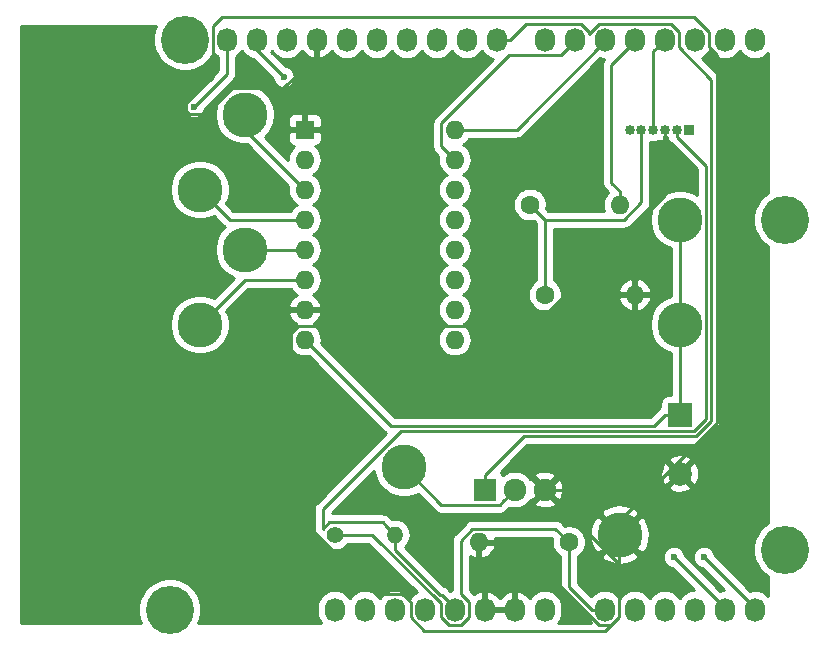
<source format=gbr>
G04 #@! TF.GenerationSoftware,KiCad,Pcbnew,(5.1.4)-1*
G04 #@! TF.CreationDate,2019-10-25T14:46:27-05:00*
G04 #@! TF.ProjectId,Autonomous_PCB,4175746f-6e6f-46d6-9f75-735f5043422e,rev?*
G04 #@! TF.SameCoordinates,Original*
G04 #@! TF.FileFunction,Copper,L1,Top*
G04 #@! TF.FilePolarity,Positive*
%FSLAX46Y46*%
G04 Gerber Fmt 4.6, Leading zero omitted, Abs format (unit mm)*
G04 Created by KiCad (PCBNEW (5.1.4)-1) date 2019-10-25 14:46:27*
%MOMM*%
%LPD*%
G04 APERTURE LIST*
%ADD10O,0.850000X0.850000*%
%ADD11R,0.850000X0.850000*%
%ADD12C,1.600000*%
%ADD13O,1.600000X1.600000*%
%ADD14O,1.727200X2.032000*%
%ADD15C,4.064000*%
%ADD16R,1.600000X1.600000*%
%ADD17R,2.000000X2.000000*%
%ADD18C,2.000000*%
%ADD19C,3.800000*%
%ADD20R,1.920000X1.920000*%
%ADD21C,1.920000*%
%ADD22C,1.400000*%
%ADD23O,1.400000X1.400000*%
%ADD24C,0.600000*%
%ADD25C,0.250000*%
%ADD26C,0.254000*%
G04 APERTURE END LIST*
D10*
X163910000Y-83185000D03*
X164910000Y-83185000D03*
X165910000Y-83185000D03*
X166910000Y-83185000D03*
X167910000Y-83185000D03*
D11*
X168910000Y-83185000D03*
D12*
X155448000Y-89535000D03*
D13*
X163068000Y-89535000D03*
D14*
X138938000Y-123825000D03*
X141478000Y-123825000D03*
X144018000Y-123825000D03*
X146558000Y-123825000D03*
X149098000Y-123825000D03*
X151638000Y-123825000D03*
X154178000Y-123825000D03*
X156718000Y-123825000D03*
X161798000Y-123825000D03*
X164338000Y-123825000D03*
X166878000Y-123825000D03*
X169418000Y-123825000D03*
X171958000Y-123825000D03*
X174498000Y-123825000D03*
X129794000Y-75565000D03*
X132334000Y-75565000D03*
X134874000Y-75565000D03*
X137414000Y-75565000D03*
X139954000Y-75565000D03*
X142494000Y-75565000D03*
X145034000Y-75565000D03*
X147574000Y-75565000D03*
X150114000Y-75565000D03*
X152654000Y-75565000D03*
X156718000Y-75565000D03*
X159258000Y-75565000D03*
X161798000Y-75565000D03*
X164338000Y-75565000D03*
X166878000Y-75565000D03*
X169418000Y-75565000D03*
X171958000Y-75565000D03*
X174498000Y-75565000D03*
D15*
X124968000Y-123825000D03*
X177038000Y-118745000D03*
X126238000Y-75565000D03*
X177038000Y-90805000D03*
D16*
X136398000Y-83185000D03*
D13*
X149098000Y-100965000D03*
X136398000Y-85725000D03*
X149098000Y-98425000D03*
X136398000Y-88265000D03*
X149098000Y-95885000D03*
X136398000Y-90805000D03*
X149098000Y-93345000D03*
X136398000Y-93345000D03*
X149098000Y-90805000D03*
X136398000Y-95885000D03*
X149098000Y-88265000D03*
X136398000Y-98425000D03*
X149098000Y-85725000D03*
X136398000Y-100965000D03*
X149098000Y-83185000D03*
D17*
X168148000Y-107315000D03*
D18*
X168148000Y-112315000D03*
D19*
X144780000Y-111760000D03*
X168148000Y-90805000D03*
X131318000Y-81915000D03*
X127508000Y-88265000D03*
X131318000Y-93345000D03*
X127508000Y-99695000D03*
X168148000Y-99695000D03*
X163068000Y-117475000D03*
D20*
X151638000Y-113665000D03*
D21*
X154178000Y-113665000D03*
X156718000Y-113665000D03*
D12*
X156718000Y-97155000D03*
D13*
X164338000Y-97155000D03*
X151130000Y-118110000D03*
D12*
X158750000Y-118110000D03*
D22*
X138938000Y-117475000D03*
D23*
X144018000Y-117475000D03*
D24*
X167640000Y-119380000D03*
X134620000Y-78740000D03*
X170180000Y-119380000D03*
X127000000Y-81280000D03*
D25*
X149098000Y-123672600D02*
X149098000Y-123825000D01*
X147984400Y-122559000D02*
X149098000Y-123672600D01*
X147832000Y-122559000D02*
X147984400Y-122559000D01*
X144018000Y-117475000D02*
X144018000Y-118745000D01*
X144018000Y-118745000D02*
X147832000Y-122559000D01*
X143318001Y-116775001D02*
X144018000Y-117475000D01*
X137912999Y-116982999D02*
X138445999Y-116449999D01*
X137912999Y-115333999D02*
X137912999Y-116982999D01*
X144526987Y-108720011D02*
X137912999Y-115333999D01*
X169327991Y-108720011D02*
X144526987Y-108720011D01*
X170373001Y-107675001D02*
X169327991Y-108720011D01*
X138445999Y-116449999D02*
X142992999Y-116449999D01*
X170373001Y-86249041D02*
X170373001Y-107675001D01*
X167910000Y-83786040D02*
X170373001Y-86249041D01*
X142992999Y-116449999D02*
X143318001Y-116775001D01*
X167910000Y-83185000D02*
X167910000Y-83786040D01*
X163068000Y-117395000D02*
X163068000Y-117475000D01*
X168148000Y-112315000D02*
X163068000Y-117395000D01*
X164338000Y-96023630D02*
X164338000Y-97155000D01*
X164338000Y-91321998D02*
X164338000Y-96023630D01*
X166910000Y-88749998D02*
X164338000Y-91321998D01*
X159258000Y-113665000D02*
X163068000Y-117475000D01*
X156718000Y-113665000D02*
X159258000Y-113665000D01*
X161305662Y-125166010D02*
X157480000Y-121340348D01*
X162290338Y-125166010D02*
X161305662Y-125166010D01*
X162986610Y-124469738D02*
X162290338Y-125166010D01*
X156718000Y-113665000D02*
X162986610Y-119933610D01*
X162986610Y-119933610D02*
X162986610Y-124469738D01*
X137414000Y-76831000D02*
X137414000Y-75565000D01*
X137414000Y-76871002D02*
X137414000Y-76831000D01*
X134595003Y-79689999D02*
X137414000Y-76871002D01*
X130249999Y-79689999D02*
X134595003Y-79689999D01*
X128034997Y-81905001D02*
X130249999Y-79689999D01*
X126699999Y-81905001D02*
X128034997Y-81905001D01*
X128595001Y-74433639D02*
X128595001Y-78759997D01*
X170606610Y-74920262D02*
X169346348Y-73660000D01*
X170606610Y-76209738D02*
X170606610Y-74920262D01*
X171273020Y-108047802D02*
X171273020Y-76876148D01*
X126374999Y-80979999D02*
X126374999Y-81580001D01*
X162986610Y-124469738D02*
X162986610Y-116334212D01*
X161840328Y-125616020D02*
X162986610Y-124469738D01*
X146515672Y-125616020D02*
X161840328Y-125616020D01*
X128595001Y-78759997D02*
X126374999Y-80979999D01*
X145369390Y-124469738D02*
X146515672Y-125616020D01*
X129368640Y-73660000D02*
X128595001Y-74433639D01*
X145369390Y-123180262D02*
X145369390Y-124469738D01*
X144673118Y-122483990D02*
X145369390Y-123180262D01*
X142429988Y-122483990D02*
X144673118Y-122483990D01*
X162986610Y-116334212D02*
X171273020Y-108047802D01*
X135272999Y-115327001D02*
X142429988Y-122483990D01*
X135272999Y-100424999D02*
X135272999Y-115327001D01*
X169346348Y-73660000D02*
X129368640Y-73660000D01*
X135857999Y-99839999D02*
X135272999Y-100424999D01*
X126374999Y-81580001D02*
X126699999Y-81905001D01*
X155819999Y-99839999D02*
X135857999Y-99839999D01*
X171273020Y-76876148D02*
X170606610Y-76209738D01*
X166910000Y-88749998D02*
X155819999Y-99839999D01*
X166910000Y-83185000D02*
X166910000Y-88749998D01*
X160684400Y-123825000D02*
X161798000Y-123825000D01*
X158750000Y-121890600D02*
X160684400Y-123825000D01*
X158750000Y-118110000D02*
X158750000Y-121890600D01*
X139927949Y-117475000D02*
X138938000Y-117475000D01*
X142111590Y-117475000D02*
X139927949Y-117475000D01*
X147909390Y-123272800D02*
X142111590Y-117475000D01*
X148605662Y-125166010D02*
X147909390Y-124469738D01*
X149590338Y-125166010D02*
X148605662Y-125166010D01*
X150286610Y-124469738D02*
X149590338Y-125166010D01*
X150286610Y-123180262D02*
X150286610Y-124469738D01*
X149590338Y-122483990D02*
X150286610Y-123180262D01*
X147909390Y-124469738D02*
X147909390Y-123272800D01*
X149590338Y-117984660D02*
X149590338Y-122483990D01*
X150589999Y-116984999D02*
X149590338Y-117984660D01*
X157624999Y-116984999D02*
X150589999Y-116984999D01*
X158750000Y-118110000D02*
X157624999Y-116984999D01*
X167665400Y-119380000D02*
X167640000Y-119380000D01*
X171958000Y-123825000D02*
X171958000Y-123672600D01*
X171958000Y-123672600D02*
X167665400Y-119380000D01*
X132334000Y-76454000D02*
X132334000Y-75565000D01*
X134620000Y-78740000D02*
X132334000Y-76454000D01*
X170205400Y-119380000D02*
X170180000Y-119380000D01*
X174498000Y-123825000D02*
X174498000Y-123672600D01*
X174498000Y-123672600D02*
X170205400Y-119380000D01*
X129794000Y-78486000D02*
X129794000Y-75565000D01*
X127000000Y-81280000D02*
X129794000Y-78486000D01*
X151638000Y-112455000D02*
X151638000Y-113665000D01*
X154922979Y-109170021D02*
X151638000Y-112455000D01*
X169514391Y-109170021D02*
X154922979Y-109170021D01*
X170823010Y-107861402D02*
X169514391Y-109170021D01*
X170823010Y-78966138D02*
X170823010Y-107861402D01*
X168066610Y-76209738D02*
X170823010Y-78966138D01*
X168066610Y-74920262D02*
X168066610Y-76209738D01*
X167370338Y-74223990D02*
X168066610Y-74920262D01*
X160446610Y-75083042D02*
X161305662Y-74223990D01*
X160446610Y-74920262D02*
X160446610Y-75083042D01*
X159750338Y-74223990D02*
X160446610Y-74920262D01*
X155108610Y-74223990D02*
X159750338Y-74223990D01*
X161305662Y-74223990D02*
X167370338Y-74223990D01*
X153767600Y-75565000D02*
X155108610Y-74223990D01*
X152654000Y-75565000D02*
X153767600Y-75565000D01*
X159258000Y-75717400D02*
X159258000Y-75565000D01*
X158069390Y-76906010D02*
X159258000Y-75717400D01*
X153711988Y-76906010D02*
X158069390Y-76906010D01*
X147972999Y-82644999D02*
X153711988Y-76906010D01*
X147972999Y-84599999D02*
X147972999Y-82644999D01*
X149098000Y-85725000D02*
X147972999Y-84599999D01*
X161798000Y-75717400D02*
X161798000Y-75565000D01*
X154330400Y-83185000D02*
X161798000Y-75717400D01*
X149098000Y-83185000D02*
X154330400Y-83185000D01*
X163068000Y-88403630D02*
X163068000Y-89535000D01*
X162337989Y-87673619D02*
X163068000Y-88403630D01*
X162337989Y-77717411D02*
X162337989Y-87673619D01*
X164338000Y-75717400D02*
X162337989Y-77717411D01*
X164338000Y-75565000D02*
X164338000Y-75717400D01*
X165910000Y-76533000D02*
X166878000Y-75565000D01*
X165910000Y-83185000D02*
X165910000Y-76533000D01*
X131318000Y-83185000D02*
X131318000Y-81915000D01*
X136398000Y-88265000D02*
X131318000Y-83185000D01*
X130048000Y-90805000D02*
X127508000Y-88265000D01*
X136398000Y-90805000D02*
X130048000Y-90805000D01*
X136398000Y-93345000D02*
X131318000Y-93345000D01*
X131318000Y-95885000D02*
X127508000Y-99695000D01*
X136398000Y-95885000D02*
X131318000Y-95885000D01*
X168148000Y-107315000D02*
X168148000Y-99695000D01*
X166898000Y-107315000D02*
X168148000Y-107315000D01*
X165942999Y-108270001D02*
X166898000Y-107315000D01*
X143703001Y-108270001D02*
X165942999Y-108270001D01*
X136398000Y-100965000D02*
X143703001Y-108270001D01*
X168148000Y-99695000D02*
X168148000Y-90805000D01*
X153218001Y-114624999D02*
X154178000Y-113665000D01*
X152892999Y-114950001D02*
X153218001Y-114624999D01*
X147970001Y-114950001D02*
X152892999Y-114950001D01*
X144780000Y-111760000D02*
X147970001Y-114950001D01*
X156718000Y-90805000D02*
X155448000Y-89535000D01*
X156718000Y-97155000D02*
X156718000Y-90805000D01*
X163463002Y-90805000D02*
X156718000Y-90805000D01*
X164910000Y-89358002D02*
X163463002Y-90805000D01*
X164910000Y-83185000D02*
X164910000Y-89358002D01*
D26*
G36*
X157351312Y-117786113D02*
G01*
X157315000Y-117968665D01*
X157315000Y-118251335D01*
X157370147Y-118528574D01*
X157478320Y-118789727D01*
X157635363Y-119024759D01*
X157835241Y-119224637D01*
X157990000Y-119328044D01*
X157990001Y-121853268D01*
X157986324Y-121890600D01*
X157990001Y-121927933D01*
X158000998Y-122039586D01*
X158007104Y-122059714D01*
X158044454Y-122182846D01*
X158115026Y-122314876D01*
X158186201Y-122401602D01*
X158210000Y-122430601D01*
X158238998Y-122454399D01*
X160120601Y-124336003D01*
X160144399Y-124365001D01*
X160260124Y-124459974D01*
X160392153Y-124530546D01*
X160400533Y-124533088D01*
X160406775Y-124553664D01*
X160545931Y-124814006D01*
X160672311Y-124968000D01*
X157843689Y-124968000D01*
X157970069Y-124814006D01*
X158109225Y-124553663D01*
X158194916Y-124271176D01*
X158216600Y-124051018D01*
X158216600Y-123598981D01*
X158194916Y-123378823D01*
X158109225Y-123096336D01*
X157970069Y-122835994D01*
X157782797Y-122607803D01*
X157554605Y-122420531D01*
X157294263Y-122281375D01*
X157011776Y-122195684D01*
X156718000Y-122166749D01*
X156424223Y-122195684D01*
X156141736Y-122281375D01*
X155881394Y-122420531D01*
X155653203Y-122607803D01*
X155465931Y-122835995D01*
X155444576Y-122875947D01*
X155296486Y-122673271D01*
X155080035Y-122474267D01*
X154828919Y-122321314D01*
X154552789Y-122220291D01*
X154537026Y-122217642D01*
X154305000Y-122338783D01*
X154305000Y-123698000D01*
X154325000Y-123698000D01*
X154325000Y-123952000D01*
X154305000Y-123952000D01*
X154305000Y-123972000D01*
X154051000Y-123972000D01*
X154051000Y-123952000D01*
X151765000Y-123952000D01*
X151765000Y-123972000D01*
X151511000Y-123972000D01*
X151511000Y-123952000D01*
X151491000Y-123952000D01*
X151491000Y-123698000D01*
X151511000Y-123698000D01*
X151511000Y-122338783D01*
X151765000Y-122338783D01*
X151765000Y-123698000D01*
X154051000Y-123698000D01*
X154051000Y-122338783D01*
X153818974Y-122217642D01*
X153803211Y-122220291D01*
X153527081Y-122321314D01*
X153275965Y-122474267D01*
X153059514Y-122673271D01*
X152908000Y-122880633D01*
X152756486Y-122673271D01*
X152540035Y-122474267D01*
X152288919Y-122321314D01*
X152012789Y-122220291D01*
X151997026Y-122217642D01*
X151765000Y-122338783D01*
X151511000Y-122338783D01*
X151278974Y-122217642D01*
X151263211Y-122220291D01*
X150987081Y-122321314D01*
X150735965Y-122474267D01*
X150694000Y-122512850D01*
X150350338Y-122169189D01*
X150350338Y-119307646D01*
X150516119Y-119407070D01*
X150780960Y-119501909D01*
X151003000Y-119380624D01*
X151003000Y-118237000D01*
X151257000Y-118237000D01*
X151257000Y-119380624D01*
X151479040Y-119501909D01*
X151743881Y-119407070D01*
X151985131Y-119262385D01*
X152193519Y-119073414D01*
X152361037Y-118847420D01*
X152481246Y-118593087D01*
X152521904Y-118459039D01*
X152399915Y-118237000D01*
X151257000Y-118237000D01*
X151003000Y-118237000D01*
X150983000Y-118237000D01*
X150983000Y-117983000D01*
X151003000Y-117983000D01*
X151003000Y-117963000D01*
X151257000Y-117963000D01*
X151257000Y-117983000D01*
X152399915Y-117983000D01*
X152521904Y-117760961D01*
X152517063Y-117744999D01*
X157310198Y-117744999D01*
X157351312Y-117786113D01*
X157351312Y-117786113D01*
G37*
X157351312Y-117786113D02*
X157315000Y-117968665D01*
X157315000Y-118251335D01*
X157370147Y-118528574D01*
X157478320Y-118789727D01*
X157635363Y-119024759D01*
X157835241Y-119224637D01*
X157990000Y-119328044D01*
X157990001Y-121853268D01*
X157986324Y-121890600D01*
X157990001Y-121927933D01*
X158000998Y-122039586D01*
X158007104Y-122059714D01*
X158044454Y-122182846D01*
X158115026Y-122314876D01*
X158186201Y-122401602D01*
X158210000Y-122430601D01*
X158238998Y-122454399D01*
X160120601Y-124336003D01*
X160144399Y-124365001D01*
X160260124Y-124459974D01*
X160392153Y-124530546D01*
X160400533Y-124533088D01*
X160406775Y-124553664D01*
X160545931Y-124814006D01*
X160672311Y-124968000D01*
X157843689Y-124968000D01*
X157970069Y-124814006D01*
X158109225Y-124553663D01*
X158194916Y-124271176D01*
X158216600Y-124051018D01*
X158216600Y-123598981D01*
X158194916Y-123378823D01*
X158109225Y-123096336D01*
X157970069Y-122835994D01*
X157782797Y-122607803D01*
X157554605Y-122420531D01*
X157294263Y-122281375D01*
X157011776Y-122195684D01*
X156718000Y-122166749D01*
X156424223Y-122195684D01*
X156141736Y-122281375D01*
X155881394Y-122420531D01*
X155653203Y-122607803D01*
X155465931Y-122835995D01*
X155444576Y-122875947D01*
X155296486Y-122673271D01*
X155080035Y-122474267D01*
X154828919Y-122321314D01*
X154552789Y-122220291D01*
X154537026Y-122217642D01*
X154305000Y-122338783D01*
X154305000Y-123698000D01*
X154325000Y-123698000D01*
X154325000Y-123952000D01*
X154305000Y-123952000D01*
X154305000Y-123972000D01*
X154051000Y-123972000D01*
X154051000Y-123952000D01*
X151765000Y-123952000D01*
X151765000Y-123972000D01*
X151511000Y-123972000D01*
X151511000Y-123952000D01*
X151491000Y-123952000D01*
X151491000Y-123698000D01*
X151511000Y-123698000D01*
X151511000Y-122338783D01*
X151765000Y-122338783D01*
X151765000Y-123698000D01*
X154051000Y-123698000D01*
X154051000Y-122338783D01*
X153818974Y-122217642D01*
X153803211Y-122220291D01*
X153527081Y-122321314D01*
X153275965Y-122474267D01*
X153059514Y-122673271D01*
X152908000Y-122880633D01*
X152756486Y-122673271D01*
X152540035Y-122474267D01*
X152288919Y-122321314D01*
X152012789Y-122220291D01*
X151997026Y-122217642D01*
X151765000Y-122338783D01*
X151511000Y-122338783D01*
X151278974Y-122217642D01*
X151263211Y-122220291D01*
X150987081Y-122321314D01*
X150735965Y-122474267D01*
X150694000Y-122512850D01*
X150350338Y-122169189D01*
X150350338Y-119307646D01*
X150516119Y-119407070D01*
X150780960Y-119501909D01*
X151003000Y-119380624D01*
X151003000Y-118237000D01*
X151257000Y-118237000D01*
X151257000Y-119380624D01*
X151479040Y-119501909D01*
X151743881Y-119407070D01*
X151985131Y-119262385D01*
X152193519Y-119073414D01*
X152361037Y-118847420D01*
X152481246Y-118593087D01*
X152521904Y-118459039D01*
X152399915Y-118237000D01*
X151257000Y-118237000D01*
X151003000Y-118237000D01*
X150983000Y-118237000D01*
X150983000Y-117983000D01*
X151003000Y-117983000D01*
X151003000Y-117963000D01*
X151257000Y-117963000D01*
X151257000Y-117983000D01*
X152399915Y-117983000D01*
X152521904Y-117760961D01*
X152517063Y-117744999D01*
X157310198Y-117744999D01*
X157351312Y-117786113D01*
G36*
X123673492Y-74787065D02*
G01*
X123571000Y-75302323D01*
X123571000Y-75827677D01*
X123673492Y-76342935D01*
X123874536Y-76828298D01*
X124166406Y-77265113D01*
X124537887Y-77636594D01*
X124974702Y-77928464D01*
X125460065Y-78129508D01*
X125975323Y-78232000D01*
X126500677Y-78232000D01*
X127015935Y-78129508D01*
X127501298Y-77928464D01*
X127938113Y-77636594D01*
X128309594Y-77265113D01*
X128601464Y-76828298D01*
X128657001Y-76694219D01*
X128729203Y-76782197D01*
X128957395Y-76969469D01*
X129034001Y-77010416D01*
X129034000Y-78171198D01*
X126848352Y-80356847D01*
X126727271Y-80380932D01*
X126557111Y-80451414D01*
X126403972Y-80553738D01*
X126273738Y-80683972D01*
X126171414Y-80837111D01*
X126100932Y-81007271D01*
X126065000Y-81187911D01*
X126065000Y-81372089D01*
X126100932Y-81552729D01*
X126171414Y-81722889D01*
X126273738Y-81876028D01*
X126403972Y-82006262D01*
X126557111Y-82108586D01*
X126727271Y-82179068D01*
X126907911Y-82215000D01*
X127092089Y-82215000D01*
X127272729Y-82179068D01*
X127442889Y-82108586D01*
X127596028Y-82006262D01*
X127726262Y-81876028D01*
X127828586Y-81722889D01*
X127899068Y-81552729D01*
X127923153Y-81431648D01*
X130305004Y-79049798D01*
X130334001Y-79026001D01*
X130428974Y-78910276D01*
X130499546Y-78778247D01*
X130543003Y-78634986D01*
X130554000Y-78523333D01*
X130554000Y-78523325D01*
X130557676Y-78486000D01*
X130554000Y-78448675D01*
X130554000Y-77010416D01*
X130630606Y-76969469D01*
X130858797Y-76782197D01*
X131046069Y-76554006D01*
X131064000Y-76520459D01*
X131081931Y-76554006D01*
X131269203Y-76782197D01*
X131497395Y-76969469D01*
X131757737Y-77108625D01*
X131981789Y-77176590D01*
X133696847Y-78891649D01*
X133720932Y-79012729D01*
X133791414Y-79182889D01*
X133893738Y-79336028D01*
X134023972Y-79466262D01*
X134177111Y-79568586D01*
X134347271Y-79639068D01*
X134527911Y-79675000D01*
X134712089Y-79675000D01*
X134892729Y-79639068D01*
X135062889Y-79568586D01*
X135216028Y-79466262D01*
X135346262Y-79336028D01*
X135448586Y-79182889D01*
X135519068Y-79012729D01*
X135555000Y-78832089D01*
X135555000Y-78647911D01*
X135519068Y-78467271D01*
X135448586Y-78297111D01*
X135346262Y-78143972D01*
X135216028Y-78013738D01*
X135062889Y-77911414D01*
X134892729Y-77840932D01*
X134771649Y-77816847D01*
X133551243Y-76596442D01*
X133586069Y-76554006D01*
X133604000Y-76520459D01*
X133621931Y-76554006D01*
X133809203Y-76782197D01*
X134037395Y-76969469D01*
X134297737Y-77108625D01*
X134580224Y-77194316D01*
X134874000Y-77223251D01*
X135167777Y-77194316D01*
X135450264Y-77108625D01*
X135710606Y-76969469D01*
X135938797Y-76782197D01*
X136126069Y-76554006D01*
X136147424Y-76514053D01*
X136295514Y-76716729D01*
X136511965Y-76915733D01*
X136763081Y-77068686D01*
X137039211Y-77169709D01*
X137054974Y-77172358D01*
X137287000Y-77051217D01*
X137287000Y-75692000D01*
X137267000Y-75692000D01*
X137267000Y-75438000D01*
X137287000Y-75438000D01*
X137287000Y-75418000D01*
X137541000Y-75418000D01*
X137541000Y-75438000D01*
X137561000Y-75438000D01*
X137561000Y-75692000D01*
X137541000Y-75692000D01*
X137541000Y-77051217D01*
X137773026Y-77172358D01*
X137788789Y-77169709D01*
X138064919Y-77068686D01*
X138316035Y-76915733D01*
X138532486Y-76716729D01*
X138680576Y-76514053D01*
X138701931Y-76554006D01*
X138889203Y-76782197D01*
X139117395Y-76969469D01*
X139377737Y-77108625D01*
X139660224Y-77194316D01*
X139954000Y-77223251D01*
X140247777Y-77194316D01*
X140530264Y-77108625D01*
X140790606Y-76969469D01*
X141018797Y-76782197D01*
X141206069Y-76554006D01*
X141224000Y-76520459D01*
X141241931Y-76554006D01*
X141429203Y-76782197D01*
X141657395Y-76969469D01*
X141917737Y-77108625D01*
X142200224Y-77194316D01*
X142494000Y-77223251D01*
X142787777Y-77194316D01*
X143070264Y-77108625D01*
X143330606Y-76969469D01*
X143558797Y-76782197D01*
X143746069Y-76554006D01*
X143764000Y-76520459D01*
X143781931Y-76554006D01*
X143969203Y-76782197D01*
X144197395Y-76969469D01*
X144457737Y-77108625D01*
X144740224Y-77194316D01*
X145034000Y-77223251D01*
X145327777Y-77194316D01*
X145610264Y-77108625D01*
X145870606Y-76969469D01*
X146098797Y-76782197D01*
X146286069Y-76554006D01*
X146304000Y-76520459D01*
X146321931Y-76554006D01*
X146509203Y-76782197D01*
X146737395Y-76969469D01*
X146997737Y-77108625D01*
X147280224Y-77194316D01*
X147574000Y-77223251D01*
X147867777Y-77194316D01*
X148150264Y-77108625D01*
X148410606Y-76969469D01*
X148638797Y-76782197D01*
X148826069Y-76554006D01*
X148844000Y-76520459D01*
X148861931Y-76554006D01*
X149049203Y-76782197D01*
X149277395Y-76969469D01*
X149537737Y-77108625D01*
X149820224Y-77194316D01*
X150114000Y-77223251D01*
X150407777Y-77194316D01*
X150690264Y-77108625D01*
X150950606Y-76969469D01*
X151178797Y-76782197D01*
X151366069Y-76554006D01*
X151384000Y-76520459D01*
X151401931Y-76554006D01*
X151589203Y-76782197D01*
X151817395Y-76969469D01*
X152077737Y-77108625D01*
X152351520Y-77191676D01*
X147461997Y-82081200D01*
X147432999Y-82104998D01*
X147409201Y-82133996D01*
X147409200Y-82133997D01*
X147338025Y-82220723D01*
X147267453Y-82352753D01*
X147223997Y-82496014D01*
X147209323Y-82644999D01*
X147213000Y-82682331D01*
X147212999Y-84562676D01*
X147209323Y-84599999D01*
X147212999Y-84637321D01*
X147212999Y-84637331D01*
X147223996Y-84748984D01*
X147267453Y-84892245D01*
X147338025Y-85024275D01*
X147377870Y-85072825D01*
X147432998Y-85140000D01*
X147462001Y-85163803D01*
X147697292Y-85399094D01*
X147683764Y-85443691D01*
X147656057Y-85725000D01*
X147683764Y-86006309D01*
X147765818Y-86276808D01*
X147899068Y-86526101D01*
X148078392Y-86744608D01*
X148296899Y-86923932D01*
X148429858Y-86995000D01*
X148296899Y-87066068D01*
X148078392Y-87245392D01*
X147899068Y-87463899D01*
X147765818Y-87713192D01*
X147683764Y-87983691D01*
X147656057Y-88265000D01*
X147683764Y-88546309D01*
X147765818Y-88816808D01*
X147899068Y-89066101D01*
X148078392Y-89284608D01*
X148296899Y-89463932D01*
X148429858Y-89535000D01*
X148296899Y-89606068D01*
X148078392Y-89785392D01*
X147899068Y-90003899D01*
X147765818Y-90253192D01*
X147683764Y-90523691D01*
X147656057Y-90805000D01*
X147683764Y-91086309D01*
X147765818Y-91356808D01*
X147899068Y-91606101D01*
X148078392Y-91824608D01*
X148296899Y-92003932D01*
X148429858Y-92075000D01*
X148296899Y-92146068D01*
X148078392Y-92325392D01*
X147899068Y-92543899D01*
X147765818Y-92793192D01*
X147683764Y-93063691D01*
X147656057Y-93345000D01*
X147683764Y-93626309D01*
X147765818Y-93896808D01*
X147899068Y-94146101D01*
X148078392Y-94364608D01*
X148296899Y-94543932D01*
X148429858Y-94615000D01*
X148296899Y-94686068D01*
X148078392Y-94865392D01*
X147899068Y-95083899D01*
X147765818Y-95333192D01*
X147683764Y-95603691D01*
X147656057Y-95885000D01*
X147683764Y-96166309D01*
X147765818Y-96436808D01*
X147899068Y-96686101D01*
X148078392Y-96904608D01*
X148296899Y-97083932D01*
X148429858Y-97155000D01*
X148296899Y-97226068D01*
X148078392Y-97405392D01*
X147899068Y-97623899D01*
X147765818Y-97873192D01*
X147683764Y-98143691D01*
X147656057Y-98425000D01*
X147683764Y-98706309D01*
X147765818Y-98976808D01*
X147899068Y-99226101D01*
X148078392Y-99444608D01*
X148296899Y-99623932D01*
X148429858Y-99695000D01*
X148296899Y-99766068D01*
X148078392Y-99945392D01*
X147899068Y-100163899D01*
X147765818Y-100413192D01*
X147683764Y-100683691D01*
X147656057Y-100965000D01*
X147683764Y-101246309D01*
X147765818Y-101516808D01*
X147899068Y-101766101D01*
X148078392Y-101984608D01*
X148296899Y-102163932D01*
X148546192Y-102297182D01*
X148816691Y-102379236D01*
X149027508Y-102400000D01*
X149168492Y-102400000D01*
X149379309Y-102379236D01*
X149649808Y-102297182D01*
X149899101Y-102163932D01*
X150117608Y-101984608D01*
X150296932Y-101766101D01*
X150430182Y-101516808D01*
X150512236Y-101246309D01*
X150539943Y-100965000D01*
X150512236Y-100683691D01*
X150430182Y-100413192D01*
X150296932Y-100163899D01*
X150117608Y-99945392D01*
X149899101Y-99766068D01*
X149766142Y-99695000D01*
X149899101Y-99623932D01*
X150117608Y-99444608D01*
X150296932Y-99226101D01*
X150430182Y-98976808D01*
X150512236Y-98706309D01*
X150539943Y-98425000D01*
X150512236Y-98143691D01*
X150430182Y-97873192D01*
X150296932Y-97623899D01*
X150117608Y-97405392D01*
X149899101Y-97226068D01*
X149766142Y-97155000D01*
X149899101Y-97083932D01*
X150117608Y-96904608D01*
X150296932Y-96686101D01*
X150430182Y-96436808D01*
X150512236Y-96166309D01*
X150539943Y-95885000D01*
X150512236Y-95603691D01*
X150430182Y-95333192D01*
X150296932Y-95083899D01*
X150117608Y-94865392D01*
X149899101Y-94686068D01*
X149766142Y-94615000D01*
X149899101Y-94543932D01*
X150117608Y-94364608D01*
X150296932Y-94146101D01*
X150430182Y-93896808D01*
X150512236Y-93626309D01*
X150539943Y-93345000D01*
X150512236Y-93063691D01*
X150430182Y-92793192D01*
X150296932Y-92543899D01*
X150117608Y-92325392D01*
X149899101Y-92146068D01*
X149766142Y-92075000D01*
X149899101Y-92003932D01*
X150117608Y-91824608D01*
X150296932Y-91606101D01*
X150430182Y-91356808D01*
X150512236Y-91086309D01*
X150539943Y-90805000D01*
X150512236Y-90523691D01*
X150430182Y-90253192D01*
X150296932Y-90003899D01*
X150117608Y-89785392D01*
X149899101Y-89606068D01*
X149766142Y-89535000D01*
X149899101Y-89463932D01*
X150117608Y-89284608D01*
X150296932Y-89066101D01*
X150430182Y-88816808D01*
X150512236Y-88546309D01*
X150539943Y-88265000D01*
X150512236Y-87983691D01*
X150430182Y-87713192D01*
X150296932Y-87463899D01*
X150117608Y-87245392D01*
X149899101Y-87066068D01*
X149766142Y-86995000D01*
X149899101Y-86923932D01*
X150117608Y-86744608D01*
X150296932Y-86526101D01*
X150430182Y-86276808D01*
X150512236Y-86006309D01*
X150539943Y-85725000D01*
X150512236Y-85443691D01*
X150430182Y-85173192D01*
X150296932Y-84923899D01*
X150117608Y-84705392D01*
X149899101Y-84526068D01*
X149766142Y-84455000D01*
X149899101Y-84383932D01*
X150117608Y-84204608D01*
X150296932Y-83986101D01*
X150318901Y-83945000D01*
X154293078Y-83945000D01*
X154330400Y-83948676D01*
X154367722Y-83945000D01*
X154367733Y-83945000D01*
X154479386Y-83934003D01*
X154622647Y-83890546D01*
X154754676Y-83819974D01*
X154870401Y-83725001D01*
X154894204Y-83695997D01*
X161421101Y-77169101D01*
X161504224Y-77194316D01*
X161763182Y-77219822D01*
X161742860Y-77244585D01*
X161703015Y-77293135D01*
X161683157Y-77330287D01*
X161632443Y-77425165D01*
X161588986Y-77568426D01*
X161577989Y-77680079D01*
X161577989Y-77680089D01*
X161574313Y-77717411D01*
X161577989Y-77754733D01*
X161577990Y-87636287D01*
X161574313Y-87673619D01*
X161588987Y-87822604D01*
X161632443Y-87965865D01*
X161703015Y-88097895D01*
X161735929Y-88138000D01*
X161797989Y-88213620D01*
X161826986Y-88237418D01*
X162079462Y-88489894D01*
X162048392Y-88515392D01*
X161869068Y-88733899D01*
X161735818Y-88983192D01*
X161653764Y-89253691D01*
X161626057Y-89535000D01*
X161653764Y-89816309D01*
X161723136Y-90045000D01*
X157032802Y-90045000D01*
X156846688Y-89858886D01*
X156883000Y-89676335D01*
X156883000Y-89393665D01*
X156827853Y-89116426D01*
X156719680Y-88855273D01*
X156562637Y-88620241D01*
X156362759Y-88420363D01*
X156127727Y-88263320D01*
X155866574Y-88155147D01*
X155589335Y-88100000D01*
X155306665Y-88100000D01*
X155029426Y-88155147D01*
X154768273Y-88263320D01*
X154533241Y-88420363D01*
X154333363Y-88620241D01*
X154176320Y-88855273D01*
X154068147Y-89116426D01*
X154013000Y-89393665D01*
X154013000Y-89676335D01*
X154068147Y-89953574D01*
X154176320Y-90214727D01*
X154333363Y-90449759D01*
X154533241Y-90649637D01*
X154768273Y-90806680D01*
X155029426Y-90914853D01*
X155306665Y-90970000D01*
X155589335Y-90970000D01*
X155771886Y-90933688D01*
X155958001Y-91119803D01*
X155958000Y-95936956D01*
X155803241Y-96040363D01*
X155603363Y-96240241D01*
X155446320Y-96475273D01*
X155338147Y-96736426D01*
X155283000Y-97013665D01*
X155283000Y-97296335D01*
X155338147Y-97573574D01*
X155446320Y-97834727D01*
X155603363Y-98069759D01*
X155803241Y-98269637D01*
X156038273Y-98426680D01*
X156299426Y-98534853D01*
X156576665Y-98590000D01*
X156859335Y-98590000D01*
X157136574Y-98534853D01*
X157397727Y-98426680D01*
X157632759Y-98269637D01*
X157832637Y-98069759D01*
X157989680Y-97834727D01*
X158097853Y-97573574D01*
X158111684Y-97504039D01*
X162946096Y-97504039D01*
X162986754Y-97638087D01*
X163106963Y-97892420D01*
X163274481Y-98118414D01*
X163482869Y-98307385D01*
X163724119Y-98452070D01*
X163988960Y-98546909D01*
X164211000Y-98425624D01*
X164211000Y-97282000D01*
X164465000Y-97282000D01*
X164465000Y-98425624D01*
X164687040Y-98546909D01*
X164951881Y-98452070D01*
X165193131Y-98307385D01*
X165401519Y-98118414D01*
X165569037Y-97892420D01*
X165689246Y-97638087D01*
X165729904Y-97504039D01*
X165607915Y-97282000D01*
X164465000Y-97282000D01*
X164211000Y-97282000D01*
X163068085Y-97282000D01*
X162946096Y-97504039D01*
X158111684Y-97504039D01*
X158153000Y-97296335D01*
X158153000Y-97013665D01*
X158111685Y-96805961D01*
X162946096Y-96805961D01*
X163068085Y-97028000D01*
X164211000Y-97028000D01*
X164211000Y-95884376D01*
X164465000Y-95884376D01*
X164465000Y-97028000D01*
X165607915Y-97028000D01*
X165729904Y-96805961D01*
X165689246Y-96671913D01*
X165569037Y-96417580D01*
X165401519Y-96191586D01*
X165193131Y-96002615D01*
X164951881Y-95857930D01*
X164687040Y-95763091D01*
X164465000Y-95884376D01*
X164211000Y-95884376D01*
X163988960Y-95763091D01*
X163724119Y-95857930D01*
X163482869Y-96002615D01*
X163274481Y-96191586D01*
X163106963Y-96417580D01*
X162986754Y-96671913D01*
X162946096Y-96805961D01*
X158111685Y-96805961D01*
X158097853Y-96736426D01*
X157989680Y-96475273D01*
X157832637Y-96240241D01*
X157632759Y-96040363D01*
X157478000Y-95936957D01*
X157478000Y-91565000D01*
X163425680Y-91565000D01*
X163463002Y-91568676D01*
X163500324Y-91565000D01*
X163500335Y-91565000D01*
X163611988Y-91554003D01*
X163755249Y-91510546D01*
X163887278Y-91439974D01*
X164003003Y-91345001D01*
X164026806Y-91315997D01*
X165421003Y-89921801D01*
X165450001Y-89898003D01*
X165544974Y-89782278D01*
X165615546Y-89650249D01*
X165659003Y-89506988D01*
X165670000Y-89395335D01*
X165670000Y-89395326D01*
X165673676Y-89358003D01*
X165670000Y-89320680D01*
X165670000Y-84219893D01*
X165702204Y-84229662D01*
X165857934Y-84245000D01*
X165962066Y-84245000D01*
X166117796Y-84229662D01*
X166317607Y-84169050D01*
X166411809Y-84118698D01*
X166584750Y-84193872D01*
X166619938Y-84204540D01*
X166783000Y-84077257D01*
X166783000Y-83792133D01*
X166795622Y-83776753D01*
X166894050Y-83592607D01*
X166910000Y-83540027D01*
X166925950Y-83592607D01*
X167024378Y-83776753D01*
X167037000Y-83792133D01*
X167037000Y-84077257D01*
X167200062Y-84204540D01*
X167235250Y-84193872D01*
X167260394Y-84182942D01*
X167275026Y-84210316D01*
X167340422Y-84290000D01*
X167370000Y-84326041D01*
X167398998Y-84349839D01*
X169613001Y-86563844D01*
X169613001Y-88735064D01*
X169348773Y-88558512D01*
X168887432Y-88367418D01*
X168397676Y-88270000D01*
X167898324Y-88270000D01*
X167408568Y-88367418D01*
X166947227Y-88558512D01*
X166532032Y-88835937D01*
X166178937Y-89189032D01*
X165901512Y-89604227D01*
X165710418Y-90065568D01*
X165613000Y-90555324D01*
X165613000Y-91054676D01*
X165710418Y-91544432D01*
X165901512Y-92005773D01*
X166178937Y-92420968D01*
X166532032Y-92774063D01*
X166947227Y-93051488D01*
X167388001Y-93234063D01*
X167388000Y-97265937D01*
X166947227Y-97448512D01*
X166532032Y-97725937D01*
X166178937Y-98079032D01*
X165901512Y-98494227D01*
X165710418Y-98955568D01*
X165613000Y-99445324D01*
X165613000Y-99944676D01*
X165710418Y-100434432D01*
X165901512Y-100895773D01*
X166178937Y-101310968D01*
X166532032Y-101664063D01*
X166947227Y-101941488D01*
X167388001Y-102124063D01*
X167388000Y-105676928D01*
X167148000Y-105676928D01*
X167023518Y-105689188D01*
X166903820Y-105725498D01*
X166793506Y-105784463D01*
X166696815Y-105863815D01*
X166617463Y-105960506D01*
X166558498Y-106070820D01*
X166522188Y-106190518D01*
X166509928Y-106315000D01*
X166509928Y-106660674D01*
X166473724Y-106680026D01*
X166357999Y-106774999D01*
X166334201Y-106803997D01*
X165628198Y-107510001D01*
X144017804Y-107510001D01*
X137798708Y-101290906D01*
X137812236Y-101246309D01*
X137839943Y-100965000D01*
X137812236Y-100683691D01*
X137730182Y-100413192D01*
X137596932Y-100163899D01*
X137417608Y-99945392D01*
X137199101Y-99766068D01*
X137061318Y-99692421D01*
X137253131Y-99577385D01*
X137461519Y-99388414D01*
X137629037Y-99162420D01*
X137749246Y-98908087D01*
X137789904Y-98774039D01*
X137667915Y-98552000D01*
X136525000Y-98552000D01*
X136525000Y-98572000D01*
X136271000Y-98572000D01*
X136271000Y-98552000D01*
X135128085Y-98552000D01*
X135006096Y-98774039D01*
X135046754Y-98908087D01*
X135166963Y-99162420D01*
X135334481Y-99388414D01*
X135542869Y-99577385D01*
X135734682Y-99692421D01*
X135596899Y-99766068D01*
X135378392Y-99945392D01*
X135199068Y-100163899D01*
X135065818Y-100413192D01*
X134983764Y-100683691D01*
X134956057Y-100965000D01*
X134983764Y-101246309D01*
X135065818Y-101516808D01*
X135199068Y-101766101D01*
X135378392Y-101984608D01*
X135596899Y-102163932D01*
X135846192Y-102297182D01*
X136116691Y-102379236D01*
X136327508Y-102400000D01*
X136468492Y-102400000D01*
X136679309Y-102379236D01*
X136723906Y-102365708D01*
X143139206Y-108781009D01*
X143163000Y-108810002D01*
X143191993Y-108833796D01*
X143191997Y-108833800D01*
X143262686Y-108891812D01*
X143272407Y-108899790D01*
X137402002Y-114770195D01*
X137372998Y-114793998D01*
X137317870Y-114861173D01*
X137278025Y-114909723D01*
X137239343Y-114982091D01*
X137207453Y-115041753D01*
X137163996Y-115185014D01*
X137152999Y-115296667D01*
X137152999Y-115296677D01*
X137149323Y-115333999D01*
X137152999Y-115371322D01*
X137153000Y-116945667D01*
X137149323Y-116982999D01*
X137153000Y-117020332D01*
X137163997Y-117131985D01*
X137164604Y-117133985D01*
X137207453Y-117275245D01*
X137278025Y-117407275D01*
X137372998Y-117523000D01*
X137488723Y-117617973D01*
X137615475Y-117685724D01*
X137619153Y-117687690D01*
X137654304Y-117864405D01*
X137754939Y-118107359D01*
X137901038Y-118326013D01*
X138086987Y-118511962D01*
X138305641Y-118658061D01*
X138548595Y-118758696D01*
X138806514Y-118810000D01*
X139069486Y-118810000D01*
X139327405Y-118758696D01*
X139570359Y-118658061D01*
X139789013Y-118511962D01*
X139974962Y-118326013D01*
X140035775Y-118235000D01*
X141796789Y-118235000D01*
X145891431Y-122329644D01*
X145721394Y-122420531D01*
X145493203Y-122607803D01*
X145305931Y-122835995D01*
X145288000Y-122869541D01*
X145270069Y-122835994D01*
X145082797Y-122607803D01*
X144854605Y-122420531D01*
X144594263Y-122281375D01*
X144311776Y-122195684D01*
X144018000Y-122166749D01*
X143724223Y-122195684D01*
X143441736Y-122281375D01*
X143181394Y-122420531D01*
X142953203Y-122607803D01*
X142765931Y-122835995D01*
X142748000Y-122869541D01*
X142730069Y-122835994D01*
X142542797Y-122607803D01*
X142314605Y-122420531D01*
X142054263Y-122281375D01*
X141771776Y-122195684D01*
X141478000Y-122166749D01*
X141184223Y-122195684D01*
X140901736Y-122281375D01*
X140641394Y-122420531D01*
X140413203Y-122607803D01*
X140225931Y-122835995D01*
X140208000Y-122869541D01*
X140190069Y-122835994D01*
X140002797Y-122607803D01*
X139774605Y-122420531D01*
X139514263Y-122281375D01*
X139231776Y-122195684D01*
X138938000Y-122166749D01*
X138644223Y-122195684D01*
X138361736Y-122281375D01*
X138101394Y-122420531D01*
X137873203Y-122607803D01*
X137685931Y-122835995D01*
X137546775Y-123096337D01*
X137461084Y-123378824D01*
X137439400Y-123598982D01*
X137439400Y-124051019D01*
X137461084Y-124271177D01*
X137546775Y-124553664D01*
X137685931Y-124814006D01*
X137812311Y-124968000D01*
X127381293Y-124968000D01*
X127532508Y-124602935D01*
X127635000Y-124087677D01*
X127635000Y-123562323D01*
X127532508Y-123047065D01*
X127331464Y-122561702D01*
X127039594Y-122124887D01*
X126668113Y-121753406D01*
X126231298Y-121461536D01*
X125745935Y-121260492D01*
X125230677Y-121158000D01*
X124705323Y-121158000D01*
X124190065Y-121260492D01*
X123704702Y-121461536D01*
X123267887Y-121753406D01*
X122896406Y-122124887D01*
X122604536Y-122561702D01*
X122403492Y-123047065D01*
X122301000Y-123562323D01*
X122301000Y-124087677D01*
X122403492Y-124602935D01*
X122554707Y-124968000D01*
X112395000Y-124968000D01*
X112395000Y-88015324D01*
X124973000Y-88015324D01*
X124973000Y-88514676D01*
X125070418Y-89004432D01*
X125261512Y-89465773D01*
X125538937Y-89880968D01*
X125892032Y-90234063D01*
X126307227Y-90511488D01*
X126768568Y-90702582D01*
X127258324Y-90800000D01*
X127757676Y-90800000D01*
X128247432Y-90702582D01*
X128688205Y-90520007D01*
X129484205Y-91316008D01*
X129507999Y-91345001D01*
X129536992Y-91368795D01*
X129536996Y-91368799D01*
X129607685Y-91426811D01*
X129623724Y-91439974D01*
X129633024Y-91444945D01*
X129348937Y-91729032D01*
X129071512Y-92144227D01*
X128880418Y-92605568D01*
X128783000Y-93095324D01*
X128783000Y-93594676D01*
X128880418Y-94084432D01*
X129071512Y-94545773D01*
X129348937Y-94960968D01*
X129702032Y-95314063D01*
X130117227Y-95591488D01*
X130413846Y-95714352D01*
X128688206Y-97439993D01*
X128247432Y-97257418D01*
X127757676Y-97160000D01*
X127258324Y-97160000D01*
X126768568Y-97257418D01*
X126307227Y-97448512D01*
X125892032Y-97725937D01*
X125538937Y-98079032D01*
X125261512Y-98494227D01*
X125070418Y-98955568D01*
X124973000Y-99445324D01*
X124973000Y-99944676D01*
X125070418Y-100434432D01*
X125261512Y-100895773D01*
X125538937Y-101310968D01*
X125892032Y-101664063D01*
X126307227Y-101941488D01*
X126768568Y-102132582D01*
X127258324Y-102230000D01*
X127757676Y-102230000D01*
X128247432Y-102132582D01*
X128708773Y-101941488D01*
X129123968Y-101664063D01*
X129477063Y-101310968D01*
X129754488Y-100895773D01*
X129945582Y-100434432D01*
X130043000Y-99944676D01*
X130043000Y-99445324D01*
X129945582Y-98955568D01*
X129763007Y-98514794D01*
X131632802Y-96645000D01*
X135177099Y-96645000D01*
X135199068Y-96686101D01*
X135378392Y-96904608D01*
X135596899Y-97083932D01*
X135734682Y-97157579D01*
X135542869Y-97272615D01*
X135334481Y-97461586D01*
X135166963Y-97687580D01*
X135046754Y-97941913D01*
X135006096Y-98075961D01*
X135128085Y-98298000D01*
X136271000Y-98298000D01*
X136271000Y-98278000D01*
X136525000Y-98278000D01*
X136525000Y-98298000D01*
X137667915Y-98298000D01*
X137789904Y-98075961D01*
X137749246Y-97941913D01*
X137629037Y-97687580D01*
X137461519Y-97461586D01*
X137253131Y-97272615D01*
X137061318Y-97157579D01*
X137199101Y-97083932D01*
X137417608Y-96904608D01*
X137596932Y-96686101D01*
X137730182Y-96436808D01*
X137812236Y-96166309D01*
X137839943Y-95885000D01*
X137812236Y-95603691D01*
X137730182Y-95333192D01*
X137596932Y-95083899D01*
X137417608Y-94865392D01*
X137199101Y-94686068D01*
X137066142Y-94615000D01*
X137199101Y-94543932D01*
X137417608Y-94364608D01*
X137596932Y-94146101D01*
X137730182Y-93896808D01*
X137812236Y-93626309D01*
X137839943Y-93345000D01*
X137812236Y-93063691D01*
X137730182Y-92793192D01*
X137596932Y-92543899D01*
X137417608Y-92325392D01*
X137199101Y-92146068D01*
X137066142Y-92075000D01*
X137199101Y-92003932D01*
X137417608Y-91824608D01*
X137596932Y-91606101D01*
X137730182Y-91356808D01*
X137812236Y-91086309D01*
X137839943Y-90805000D01*
X137812236Y-90523691D01*
X137730182Y-90253192D01*
X137596932Y-90003899D01*
X137417608Y-89785392D01*
X137199101Y-89606068D01*
X137066142Y-89535000D01*
X137199101Y-89463932D01*
X137417608Y-89284608D01*
X137596932Y-89066101D01*
X137730182Y-88816808D01*
X137812236Y-88546309D01*
X137839943Y-88265000D01*
X137812236Y-87983691D01*
X137730182Y-87713192D01*
X137596932Y-87463899D01*
X137417608Y-87245392D01*
X137199101Y-87066068D01*
X137066142Y-86995000D01*
X137199101Y-86923932D01*
X137417608Y-86744608D01*
X137596932Y-86526101D01*
X137730182Y-86276808D01*
X137812236Y-86006309D01*
X137839943Y-85725000D01*
X137812236Y-85443691D01*
X137730182Y-85173192D01*
X137596932Y-84923899D01*
X137417608Y-84705392D01*
X137304518Y-84612581D01*
X137322482Y-84610812D01*
X137442180Y-84574502D01*
X137552494Y-84515537D01*
X137649185Y-84436185D01*
X137728537Y-84339494D01*
X137787502Y-84229180D01*
X137823812Y-84109482D01*
X137836072Y-83985000D01*
X137833000Y-83470750D01*
X137674250Y-83312000D01*
X136525000Y-83312000D01*
X136525000Y-83332000D01*
X136271000Y-83332000D01*
X136271000Y-83312000D01*
X135121750Y-83312000D01*
X134963000Y-83470750D01*
X134959928Y-83985000D01*
X134972188Y-84109482D01*
X135008498Y-84229180D01*
X135067463Y-84339494D01*
X135146815Y-84436185D01*
X135243506Y-84515537D01*
X135353820Y-84574502D01*
X135473518Y-84610812D01*
X135491482Y-84612581D01*
X135378392Y-84705392D01*
X135199068Y-84923899D01*
X135065818Y-85173192D01*
X134983764Y-85443691D01*
X134956057Y-85725000D01*
X134958598Y-85750796D01*
X133012916Y-83805115D01*
X133287063Y-83530968D01*
X133564488Y-83115773D01*
X133755582Y-82654432D01*
X133809175Y-82385000D01*
X134959928Y-82385000D01*
X134963000Y-82899250D01*
X135121750Y-83058000D01*
X136271000Y-83058000D01*
X136271000Y-81908750D01*
X136525000Y-81908750D01*
X136525000Y-83058000D01*
X137674250Y-83058000D01*
X137833000Y-82899250D01*
X137836072Y-82385000D01*
X137823812Y-82260518D01*
X137787502Y-82140820D01*
X137728537Y-82030506D01*
X137649185Y-81933815D01*
X137552494Y-81854463D01*
X137442180Y-81795498D01*
X137322482Y-81759188D01*
X137198000Y-81746928D01*
X136683750Y-81750000D01*
X136525000Y-81908750D01*
X136271000Y-81908750D01*
X136112250Y-81750000D01*
X135598000Y-81746928D01*
X135473518Y-81759188D01*
X135353820Y-81795498D01*
X135243506Y-81854463D01*
X135146815Y-81933815D01*
X135067463Y-82030506D01*
X135008498Y-82140820D01*
X134972188Y-82260518D01*
X134959928Y-82385000D01*
X133809175Y-82385000D01*
X133853000Y-82164676D01*
X133853000Y-81665324D01*
X133755582Y-81175568D01*
X133564488Y-80714227D01*
X133287063Y-80299032D01*
X132933968Y-79945937D01*
X132518773Y-79668512D01*
X132057432Y-79477418D01*
X131567676Y-79380000D01*
X131068324Y-79380000D01*
X130578568Y-79477418D01*
X130117227Y-79668512D01*
X129702032Y-79945937D01*
X129348937Y-80299032D01*
X129071512Y-80714227D01*
X128880418Y-81175568D01*
X128783000Y-81665324D01*
X128783000Y-82164676D01*
X128880418Y-82654432D01*
X129071512Y-83115773D01*
X129348937Y-83530968D01*
X129702032Y-83884063D01*
X130117227Y-84161488D01*
X130578568Y-84352582D01*
X131068324Y-84450000D01*
X131508199Y-84450000D01*
X134997292Y-87939094D01*
X134983764Y-87983691D01*
X134956057Y-88265000D01*
X134983764Y-88546309D01*
X135065818Y-88816808D01*
X135199068Y-89066101D01*
X135378392Y-89284608D01*
X135596899Y-89463932D01*
X135729858Y-89535000D01*
X135596899Y-89606068D01*
X135378392Y-89785392D01*
X135199068Y-90003899D01*
X135177099Y-90045000D01*
X130362803Y-90045000D01*
X129763007Y-89445205D01*
X129945582Y-89004432D01*
X130043000Y-88514676D01*
X130043000Y-88015324D01*
X129945582Y-87525568D01*
X129754488Y-87064227D01*
X129477063Y-86649032D01*
X129123968Y-86295937D01*
X128708773Y-86018512D01*
X128247432Y-85827418D01*
X127757676Y-85730000D01*
X127258324Y-85730000D01*
X126768568Y-85827418D01*
X126307227Y-86018512D01*
X125892032Y-86295937D01*
X125538937Y-86649032D01*
X125261512Y-87064227D01*
X125070418Y-87525568D01*
X124973000Y-88015324D01*
X112395000Y-88015324D01*
X112395000Y-74422000D01*
X123824707Y-74422000D01*
X123673492Y-74787065D01*
X123673492Y-74787065D01*
G37*
X123673492Y-74787065D02*
X123571000Y-75302323D01*
X123571000Y-75827677D01*
X123673492Y-76342935D01*
X123874536Y-76828298D01*
X124166406Y-77265113D01*
X124537887Y-77636594D01*
X124974702Y-77928464D01*
X125460065Y-78129508D01*
X125975323Y-78232000D01*
X126500677Y-78232000D01*
X127015935Y-78129508D01*
X127501298Y-77928464D01*
X127938113Y-77636594D01*
X128309594Y-77265113D01*
X128601464Y-76828298D01*
X128657001Y-76694219D01*
X128729203Y-76782197D01*
X128957395Y-76969469D01*
X129034001Y-77010416D01*
X129034000Y-78171198D01*
X126848352Y-80356847D01*
X126727271Y-80380932D01*
X126557111Y-80451414D01*
X126403972Y-80553738D01*
X126273738Y-80683972D01*
X126171414Y-80837111D01*
X126100932Y-81007271D01*
X126065000Y-81187911D01*
X126065000Y-81372089D01*
X126100932Y-81552729D01*
X126171414Y-81722889D01*
X126273738Y-81876028D01*
X126403972Y-82006262D01*
X126557111Y-82108586D01*
X126727271Y-82179068D01*
X126907911Y-82215000D01*
X127092089Y-82215000D01*
X127272729Y-82179068D01*
X127442889Y-82108586D01*
X127596028Y-82006262D01*
X127726262Y-81876028D01*
X127828586Y-81722889D01*
X127899068Y-81552729D01*
X127923153Y-81431648D01*
X130305004Y-79049798D01*
X130334001Y-79026001D01*
X130428974Y-78910276D01*
X130499546Y-78778247D01*
X130543003Y-78634986D01*
X130554000Y-78523333D01*
X130554000Y-78523325D01*
X130557676Y-78486000D01*
X130554000Y-78448675D01*
X130554000Y-77010416D01*
X130630606Y-76969469D01*
X130858797Y-76782197D01*
X131046069Y-76554006D01*
X131064000Y-76520459D01*
X131081931Y-76554006D01*
X131269203Y-76782197D01*
X131497395Y-76969469D01*
X131757737Y-77108625D01*
X131981789Y-77176590D01*
X133696847Y-78891649D01*
X133720932Y-79012729D01*
X133791414Y-79182889D01*
X133893738Y-79336028D01*
X134023972Y-79466262D01*
X134177111Y-79568586D01*
X134347271Y-79639068D01*
X134527911Y-79675000D01*
X134712089Y-79675000D01*
X134892729Y-79639068D01*
X135062889Y-79568586D01*
X135216028Y-79466262D01*
X135346262Y-79336028D01*
X135448586Y-79182889D01*
X135519068Y-79012729D01*
X135555000Y-78832089D01*
X135555000Y-78647911D01*
X135519068Y-78467271D01*
X135448586Y-78297111D01*
X135346262Y-78143972D01*
X135216028Y-78013738D01*
X135062889Y-77911414D01*
X134892729Y-77840932D01*
X134771649Y-77816847D01*
X133551243Y-76596442D01*
X133586069Y-76554006D01*
X133604000Y-76520459D01*
X133621931Y-76554006D01*
X133809203Y-76782197D01*
X134037395Y-76969469D01*
X134297737Y-77108625D01*
X134580224Y-77194316D01*
X134874000Y-77223251D01*
X135167777Y-77194316D01*
X135450264Y-77108625D01*
X135710606Y-76969469D01*
X135938797Y-76782197D01*
X136126069Y-76554006D01*
X136147424Y-76514053D01*
X136295514Y-76716729D01*
X136511965Y-76915733D01*
X136763081Y-77068686D01*
X137039211Y-77169709D01*
X137054974Y-77172358D01*
X137287000Y-77051217D01*
X137287000Y-75692000D01*
X137267000Y-75692000D01*
X137267000Y-75438000D01*
X137287000Y-75438000D01*
X137287000Y-75418000D01*
X137541000Y-75418000D01*
X137541000Y-75438000D01*
X137561000Y-75438000D01*
X137561000Y-75692000D01*
X137541000Y-75692000D01*
X137541000Y-77051217D01*
X137773026Y-77172358D01*
X137788789Y-77169709D01*
X138064919Y-77068686D01*
X138316035Y-76915733D01*
X138532486Y-76716729D01*
X138680576Y-76514053D01*
X138701931Y-76554006D01*
X138889203Y-76782197D01*
X139117395Y-76969469D01*
X139377737Y-77108625D01*
X139660224Y-77194316D01*
X139954000Y-77223251D01*
X140247777Y-77194316D01*
X140530264Y-77108625D01*
X140790606Y-76969469D01*
X141018797Y-76782197D01*
X141206069Y-76554006D01*
X141224000Y-76520459D01*
X141241931Y-76554006D01*
X141429203Y-76782197D01*
X141657395Y-76969469D01*
X141917737Y-77108625D01*
X142200224Y-77194316D01*
X142494000Y-77223251D01*
X142787777Y-77194316D01*
X143070264Y-77108625D01*
X143330606Y-76969469D01*
X143558797Y-76782197D01*
X143746069Y-76554006D01*
X143764000Y-76520459D01*
X143781931Y-76554006D01*
X143969203Y-76782197D01*
X144197395Y-76969469D01*
X144457737Y-77108625D01*
X144740224Y-77194316D01*
X145034000Y-77223251D01*
X145327777Y-77194316D01*
X145610264Y-77108625D01*
X145870606Y-76969469D01*
X146098797Y-76782197D01*
X146286069Y-76554006D01*
X146304000Y-76520459D01*
X146321931Y-76554006D01*
X146509203Y-76782197D01*
X146737395Y-76969469D01*
X146997737Y-77108625D01*
X147280224Y-77194316D01*
X147574000Y-77223251D01*
X147867777Y-77194316D01*
X148150264Y-77108625D01*
X148410606Y-76969469D01*
X148638797Y-76782197D01*
X148826069Y-76554006D01*
X148844000Y-76520459D01*
X148861931Y-76554006D01*
X149049203Y-76782197D01*
X149277395Y-76969469D01*
X149537737Y-77108625D01*
X149820224Y-77194316D01*
X150114000Y-77223251D01*
X150407777Y-77194316D01*
X150690264Y-77108625D01*
X150950606Y-76969469D01*
X151178797Y-76782197D01*
X151366069Y-76554006D01*
X151384000Y-76520459D01*
X151401931Y-76554006D01*
X151589203Y-76782197D01*
X151817395Y-76969469D01*
X152077737Y-77108625D01*
X152351520Y-77191676D01*
X147461997Y-82081200D01*
X147432999Y-82104998D01*
X147409201Y-82133996D01*
X147409200Y-82133997D01*
X147338025Y-82220723D01*
X147267453Y-82352753D01*
X147223997Y-82496014D01*
X147209323Y-82644999D01*
X147213000Y-82682331D01*
X147212999Y-84562676D01*
X147209323Y-84599999D01*
X147212999Y-84637321D01*
X147212999Y-84637331D01*
X147223996Y-84748984D01*
X147267453Y-84892245D01*
X147338025Y-85024275D01*
X147377870Y-85072825D01*
X147432998Y-85140000D01*
X147462001Y-85163803D01*
X147697292Y-85399094D01*
X147683764Y-85443691D01*
X147656057Y-85725000D01*
X147683764Y-86006309D01*
X147765818Y-86276808D01*
X147899068Y-86526101D01*
X148078392Y-86744608D01*
X148296899Y-86923932D01*
X148429858Y-86995000D01*
X148296899Y-87066068D01*
X148078392Y-87245392D01*
X147899068Y-87463899D01*
X147765818Y-87713192D01*
X147683764Y-87983691D01*
X147656057Y-88265000D01*
X147683764Y-88546309D01*
X147765818Y-88816808D01*
X147899068Y-89066101D01*
X148078392Y-89284608D01*
X148296899Y-89463932D01*
X148429858Y-89535000D01*
X148296899Y-89606068D01*
X148078392Y-89785392D01*
X147899068Y-90003899D01*
X147765818Y-90253192D01*
X147683764Y-90523691D01*
X147656057Y-90805000D01*
X147683764Y-91086309D01*
X147765818Y-91356808D01*
X147899068Y-91606101D01*
X148078392Y-91824608D01*
X148296899Y-92003932D01*
X148429858Y-92075000D01*
X148296899Y-92146068D01*
X148078392Y-92325392D01*
X147899068Y-92543899D01*
X147765818Y-92793192D01*
X147683764Y-93063691D01*
X147656057Y-93345000D01*
X147683764Y-93626309D01*
X147765818Y-93896808D01*
X147899068Y-94146101D01*
X148078392Y-94364608D01*
X148296899Y-94543932D01*
X148429858Y-94615000D01*
X148296899Y-94686068D01*
X148078392Y-94865392D01*
X147899068Y-95083899D01*
X147765818Y-95333192D01*
X147683764Y-95603691D01*
X147656057Y-95885000D01*
X147683764Y-96166309D01*
X147765818Y-96436808D01*
X147899068Y-96686101D01*
X148078392Y-96904608D01*
X148296899Y-97083932D01*
X148429858Y-97155000D01*
X148296899Y-97226068D01*
X148078392Y-97405392D01*
X147899068Y-97623899D01*
X147765818Y-97873192D01*
X147683764Y-98143691D01*
X147656057Y-98425000D01*
X147683764Y-98706309D01*
X147765818Y-98976808D01*
X147899068Y-99226101D01*
X148078392Y-99444608D01*
X148296899Y-99623932D01*
X148429858Y-99695000D01*
X148296899Y-99766068D01*
X148078392Y-99945392D01*
X147899068Y-100163899D01*
X147765818Y-100413192D01*
X147683764Y-100683691D01*
X147656057Y-100965000D01*
X147683764Y-101246309D01*
X147765818Y-101516808D01*
X147899068Y-101766101D01*
X148078392Y-101984608D01*
X148296899Y-102163932D01*
X148546192Y-102297182D01*
X148816691Y-102379236D01*
X149027508Y-102400000D01*
X149168492Y-102400000D01*
X149379309Y-102379236D01*
X149649808Y-102297182D01*
X149899101Y-102163932D01*
X150117608Y-101984608D01*
X150296932Y-101766101D01*
X150430182Y-101516808D01*
X150512236Y-101246309D01*
X150539943Y-100965000D01*
X150512236Y-100683691D01*
X150430182Y-100413192D01*
X150296932Y-100163899D01*
X150117608Y-99945392D01*
X149899101Y-99766068D01*
X149766142Y-99695000D01*
X149899101Y-99623932D01*
X150117608Y-99444608D01*
X150296932Y-99226101D01*
X150430182Y-98976808D01*
X150512236Y-98706309D01*
X150539943Y-98425000D01*
X150512236Y-98143691D01*
X150430182Y-97873192D01*
X150296932Y-97623899D01*
X150117608Y-97405392D01*
X149899101Y-97226068D01*
X149766142Y-97155000D01*
X149899101Y-97083932D01*
X150117608Y-96904608D01*
X150296932Y-96686101D01*
X150430182Y-96436808D01*
X150512236Y-96166309D01*
X150539943Y-95885000D01*
X150512236Y-95603691D01*
X150430182Y-95333192D01*
X150296932Y-95083899D01*
X150117608Y-94865392D01*
X149899101Y-94686068D01*
X149766142Y-94615000D01*
X149899101Y-94543932D01*
X150117608Y-94364608D01*
X150296932Y-94146101D01*
X150430182Y-93896808D01*
X150512236Y-93626309D01*
X150539943Y-93345000D01*
X150512236Y-93063691D01*
X150430182Y-92793192D01*
X150296932Y-92543899D01*
X150117608Y-92325392D01*
X149899101Y-92146068D01*
X149766142Y-92075000D01*
X149899101Y-92003932D01*
X150117608Y-91824608D01*
X150296932Y-91606101D01*
X150430182Y-91356808D01*
X150512236Y-91086309D01*
X150539943Y-90805000D01*
X150512236Y-90523691D01*
X150430182Y-90253192D01*
X150296932Y-90003899D01*
X150117608Y-89785392D01*
X149899101Y-89606068D01*
X149766142Y-89535000D01*
X149899101Y-89463932D01*
X150117608Y-89284608D01*
X150296932Y-89066101D01*
X150430182Y-88816808D01*
X150512236Y-88546309D01*
X150539943Y-88265000D01*
X150512236Y-87983691D01*
X150430182Y-87713192D01*
X150296932Y-87463899D01*
X150117608Y-87245392D01*
X149899101Y-87066068D01*
X149766142Y-86995000D01*
X149899101Y-86923932D01*
X150117608Y-86744608D01*
X150296932Y-86526101D01*
X150430182Y-86276808D01*
X150512236Y-86006309D01*
X150539943Y-85725000D01*
X150512236Y-85443691D01*
X150430182Y-85173192D01*
X150296932Y-84923899D01*
X150117608Y-84705392D01*
X149899101Y-84526068D01*
X149766142Y-84455000D01*
X149899101Y-84383932D01*
X150117608Y-84204608D01*
X150296932Y-83986101D01*
X150318901Y-83945000D01*
X154293078Y-83945000D01*
X154330400Y-83948676D01*
X154367722Y-83945000D01*
X154367733Y-83945000D01*
X154479386Y-83934003D01*
X154622647Y-83890546D01*
X154754676Y-83819974D01*
X154870401Y-83725001D01*
X154894204Y-83695997D01*
X161421101Y-77169101D01*
X161504224Y-77194316D01*
X161763182Y-77219822D01*
X161742860Y-77244585D01*
X161703015Y-77293135D01*
X161683157Y-77330287D01*
X161632443Y-77425165D01*
X161588986Y-77568426D01*
X161577989Y-77680079D01*
X161577989Y-77680089D01*
X161574313Y-77717411D01*
X161577989Y-77754733D01*
X161577990Y-87636287D01*
X161574313Y-87673619D01*
X161588987Y-87822604D01*
X161632443Y-87965865D01*
X161703015Y-88097895D01*
X161735929Y-88138000D01*
X161797989Y-88213620D01*
X161826986Y-88237418D01*
X162079462Y-88489894D01*
X162048392Y-88515392D01*
X161869068Y-88733899D01*
X161735818Y-88983192D01*
X161653764Y-89253691D01*
X161626057Y-89535000D01*
X161653764Y-89816309D01*
X161723136Y-90045000D01*
X157032802Y-90045000D01*
X156846688Y-89858886D01*
X156883000Y-89676335D01*
X156883000Y-89393665D01*
X156827853Y-89116426D01*
X156719680Y-88855273D01*
X156562637Y-88620241D01*
X156362759Y-88420363D01*
X156127727Y-88263320D01*
X155866574Y-88155147D01*
X155589335Y-88100000D01*
X155306665Y-88100000D01*
X155029426Y-88155147D01*
X154768273Y-88263320D01*
X154533241Y-88420363D01*
X154333363Y-88620241D01*
X154176320Y-88855273D01*
X154068147Y-89116426D01*
X154013000Y-89393665D01*
X154013000Y-89676335D01*
X154068147Y-89953574D01*
X154176320Y-90214727D01*
X154333363Y-90449759D01*
X154533241Y-90649637D01*
X154768273Y-90806680D01*
X155029426Y-90914853D01*
X155306665Y-90970000D01*
X155589335Y-90970000D01*
X155771886Y-90933688D01*
X155958001Y-91119803D01*
X155958000Y-95936956D01*
X155803241Y-96040363D01*
X155603363Y-96240241D01*
X155446320Y-96475273D01*
X155338147Y-96736426D01*
X155283000Y-97013665D01*
X155283000Y-97296335D01*
X155338147Y-97573574D01*
X155446320Y-97834727D01*
X155603363Y-98069759D01*
X155803241Y-98269637D01*
X156038273Y-98426680D01*
X156299426Y-98534853D01*
X156576665Y-98590000D01*
X156859335Y-98590000D01*
X157136574Y-98534853D01*
X157397727Y-98426680D01*
X157632759Y-98269637D01*
X157832637Y-98069759D01*
X157989680Y-97834727D01*
X158097853Y-97573574D01*
X158111684Y-97504039D01*
X162946096Y-97504039D01*
X162986754Y-97638087D01*
X163106963Y-97892420D01*
X163274481Y-98118414D01*
X163482869Y-98307385D01*
X163724119Y-98452070D01*
X163988960Y-98546909D01*
X164211000Y-98425624D01*
X164211000Y-97282000D01*
X164465000Y-97282000D01*
X164465000Y-98425624D01*
X164687040Y-98546909D01*
X164951881Y-98452070D01*
X165193131Y-98307385D01*
X165401519Y-98118414D01*
X165569037Y-97892420D01*
X165689246Y-97638087D01*
X165729904Y-97504039D01*
X165607915Y-97282000D01*
X164465000Y-97282000D01*
X164211000Y-97282000D01*
X163068085Y-97282000D01*
X162946096Y-97504039D01*
X158111684Y-97504039D01*
X158153000Y-97296335D01*
X158153000Y-97013665D01*
X158111685Y-96805961D01*
X162946096Y-96805961D01*
X163068085Y-97028000D01*
X164211000Y-97028000D01*
X164211000Y-95884376D01*
X164465000Y-95884376D01*
X164465000Y-97028000D01*
X165607915Y-97028000D01*
X165729904Y-96805961D01*
X165689246Y-96671913D01*
X165569037Y-96417580D01*
X165401519Y-96191586D01*
X165193131Y-96002615D01*
X164951881Y-95857930D01*
X164687040Y-95763091D01*
X164465000Y-95884376D01*
X164211000Y-95884376D01*
X163988960Y-95763091D01*
X163724119Y-95857930D01*
X163482869Y-96002615D01*
X163274481Y-96191586D01*
X163106963Y-96417580D01*
X162986754Y-96671913D01*
X162946096Y-96805961D01*
X158111685Y-96805961D01*
X158097853Y-96736426D01*
X157989680Y-96475273D01*
X157832637Y-96240241D01*
X157632759Y-96040363D01*
X157478000Y-95936957D01*
X157478000Y-91565000D01*
X163425680Y-91565000D01*
X163463002Y-91568676D01*
X163500324Y-91565000D01*
X163500335Y-91565000D01*
X163611988Y-91554003D01*
X163755249Y-91510546D01*
X163887278Y-91439974D01*
X164003003Y-91345001D01*
X164026806Y-91315997D01*
X165421003Y-89921801D01*
X165450001Y-89898003D01*
X165544974Y-89782278D01*
X165615546Y-89650249D01*
X165659003Y-89506988D01*
X165670000Y-89395335D01*
X165670000Y-89395326D01*
X165673676Y-89358003D01*
X165670000Y-89320680D01*
X165670000Y-84219893D01*
X165702204Y-84229662D01*
X165857934Y-84245000D01*
X165962066Y-84245000D01*
X166117796Y-84229662D01*
X166317607Y-84169050D01*
X166411809Y-84118698D01*
X166584750Y-84193872D01*
X166619938Y-84204540D01*
X166783000Y-84077257D01*
X166783000Y-83792133D01*
X166795622Y-83776753D01*
X166894050Y-83592607D01*
X166910000Y-83540027D01*
X166925950Y-83592607D01*
X167024378Y-83776753D01*
X167037000Y-83792133D01*
X167037000Y-84077257D01*
X167200062Y-84204540D01*
X167235250Y-84193872D01*
X167260394Y-84182942D01*
X167275026Y-84210316D01*
X167340422Y-84290000D01*
X167370000Y-84326041D01*
X167398998Y-84349839D01*
X169613001Y-86563844D01*
X169613001Y-88735064D01*
X169348773Y-88558512D01*
X168887432Y-88367418D01*
X168397676Y-88270000D01*
X167898324Y-88270000D01*
X167408568Y-88367418D01*
X166947227Y-88558512D01*
X166532032Y-88835937D01*
X166178937Y-89189032D01*
X165901512Y-89604227D01*
X165710418Y-90065568D01*
X165613000Y-90555324D01*
X165613000Y-91054676D01*
X165710418Y-91544432D01*
X165901512Y-92005773D01*
X166178937Y-92420968D01*
X166532032Y-92774063D01*
X166947227Y-93051488D01*
X167388001Y-93234063D01*
X167388000Y-97265937D01*
X166947227Y-97448512D01*
X166532032Y-97725937D01*
X166178937Y-98079032D01*
X165901512Y-98494227D01*
X165710418Y-98955568D01*
X165613000Y-99445324D01*
X165613000Y-99944676D01*
X165710418Y-100434432D01*
X165901512Y-100895773D01*
X166178937Y-101310968D01*
X166532032Y-101664063D01*
X166947227Y-101941488D01*
X167388001Y-102124063D01*
X167388000Y-105676928D01*
X167148000Y-105676928D01*
X167023518Y-105689188D01*
X166903820Y-105725498D01*
X166793506Y-105784463D01*
X166696815Y-105863815D01*
X166617463Y-105960506D01*
X166558498Y-106070820D01*
X166522188Y-106190518D01*
X166509928Y-106315000D01*
X166509928Y-106660674D01*
X166473724Y-106680026D01*
X166357999Y-106774999D01*
X166334201Y-106803997D01*
X165628198Y-107510001D01*
X144017804Y-107510001D01*
X137798708Y-101290906D01*
X137812236Y-101246309D01*
X137839943Y-100965000D01*
X137812236Y-100683691D01*
X137730182Y-100413192D01*
X137596932Y-100163899D01*
X137417608Y-99945392D01*
X137199101Y-99766068D01*
X137061318Y-99692421D01*
X137253131Y-99577385D01*
X137461519Y-99388414D01*
X137629037Y-99162420D01*
X137749246Y-98908087D01*
X137789904Y-98774039D01*
X137667915Y-98552000D01*
X136525000Y-98552000D01*
X136525000Y-98572000D01*
X136271000Y-98572000D01*
X136271000Y-98552000D01*
X135128085Y-98552000D01*
X135006096Y-98774039D01*
X135046754Y-98908087D01*
X135166963Y-99162420D01*
X135334481Y-99388414D01*
X135542869Y-99577385D01*
X135734682Y-99692421D01*
X135596899Y-99766068D01*
X135378392Y-99945392D01*
X135199068Y-100163899D01*
X135065818Y-100413192D01*
X134983764Y-100683691D01*
X134956057Y-100965000D01*
X134983764Y-101246309D01*
X135065818Y-101516808D01*
X135199068Y-101766101D01*
X135378392Y-101984608D01*
X135596899Y-102163932D01*
X135846192Y-102297182D01*
X136116691Y-102379236D01*
X136327508Y-102400000D01*
X136468492Y-102400000D01*
X136679309Y-102379236D01*
X136723906Y-102365708D01*
X143139206Y-108781009D01*
X143163000Y-108810002D01*
X143191993Y-108833796D01*
X143191997Y-108833800D01*
X143262686Y-108891812D01*
X143272407Y-108899790D01*
X137402002Y-114770195D01*
X137372998Y-114793998D01*
X137317870Y-114861173D01*
X137278025Y-114909723D01*
X137239343Y-114982091D01*
X137207453Y-115041753D01*
X137163996Y-115185014D01*
X137152999Y-115296667D01*
X137152999Y-115296677D01*
X137149323Y-115333999D01*
X137152999Y-115371322D01*
X137153000Y-116945667D01*
X137149323Y-116982999D01*
X137153000Y-117020332D01*
X137163997Y-117131985D01*
X137164604Y-117133985D01*
X137207453Y-117275245D01*
X137278025Y-117407275D01*
X137372998Y-117523000D01*
X137488723Y-117617973D01*
X137615475Y-117685724D01*
X137619153Y-117687690D01*
X137654304Y-117864405D01*
X137754939Y-118107359D01*
X137901038Y-118326013D01*
X138086987Y-118511962D01*
X138305641Y-118658061D01*
X138548595Y-118758696D01*
X138806514Y-118810000D01*
X139069486Y-118810000D01*
X139327405Y-118758696D01*
X139570359Y-118658061D01*
X139789013Y-118511962D01*
X139974962Y-118326013D01*
X140035775Y-118235000D01*
X141796789Y-118235000D01*
X145891431Y-122329644D01*
X145721394Y-122420531D01*
X145493203Y-122607803D01*
X145305931Y-122835995D01*
X145288000Y-122869541D01*
X145270069Y-122835994D01*
X145082797Y-122607803D01*
X144854605Y-122420531D01*
X144594263Y-122281375D01*
X144311776Y-122195684D01*
X144018000Y-122166749D01*
X143724223Y-122195684D01*
X143441736Y-122281375D01*
X143181394Y-122420531D01*
X142953203Y-122607803D01*
X142765931Y-122835995D01*
X142748000Y-122869541D01*
X142730069Y-122835994D01*
X142542797Y-122607803D01*
X142314605Y-122420531D01*
X142054263Y-122281375D01*
X141771776Y-122195684D01*
X141478000Y-122166749D01*
X141184223Y-122195684D01*
X140901736Y-122281375D01*
X140641394Y-122420531D01*
X140413203Y-122607803D01*
X140225931Y-122835995D01*
X140208000Y-122869541D01*
X140190069Y-122835994D01*
X140002797Y-122607803D01*
X139774605Y-122420531D01*
X139514263Y-122281375D01*
X139231776Y-122195684D01*
X138938000Y-122166749D01*
X138644223Y-122195684D01*
X138361736Y-122281375D01*
X138101394Y-122420531D01*
X137873203Y-122607803D01*
X137685931Y-122835995D01*
X137546775Y-123096337D01*
X137461084Y-123378824D01*
X137439400Y-123598982D01*
X137439400Y-124051019D01*
X137461084Y-124271177D01*
X137546775Y-124553664D01*
X137685931Y-124814006D01*
X137812311Y-124968000D01*
X127381293Y-124968000D01*
X127532508Y-124602935D01*
X127635000Y-124087677D01*
X127635000Y-123562323D01*
X127532508Y-123047065D01*
X127331464Y-122561702D01*
X127039594Y-122124887D01*
X126668113Y-121753406D01*
X126231298Y-121461536D01*
X125745935Y-121260492D01*
X125230677Y-121158000D01*
X124705323Y-121158000D01*
X124190065Y-121260492D01*
X123704702Y-121461536D01*
X123267887Y-121753406D01*
X122896406Y-122124887D01*
X122604536Y-122561702D01*
X122403492Y-123047065D01*
X122301000Y-123562323D01*
X122301000Y-124087677D01*
X122403492Y-124602935D01*
X122554707Y-124968000D01*
X112395000Y-124968000D01*
X112395000Y-88015324D01*
X124973000Y-88015324D01*
X124973000Y-88514676D01*
X125070418Y-89004432D01*
X125261512Y-89465773D01*
X125538937Y-89880968D01*
X125892032Y-90234063D01*
X126307227Y-90511488D01*
X126768568Y-90702582D01*
X127258324Y-90800000D01*
X127757676Y-90800000D01*
X128247432Y-90702582D01*
X128688205Y-90520007D01*
X129484205Y-91316008D01*
X129507999Y-91345001D01*
X129536992Y-91368795D01*
X129536996Y-91368799D01*
X129607685Y-91426811D01*
X129623724Y-91439974D01*
X129633024Y-91444945D01*
X129348937Y-91729032D01*
X129071512Y-92144227D01*
X128880418Y-92605568D01*
X128783000Y-93095324D01*
X128783000Y-93594676D01*
X128880418Y-94084432D01*
X129071512Y-94545773D01*
X129348937Y-94960968D01*
X129702032Y-95314063D01*
X130117227Y-95591488D01*
X130413846Y-95714352D01*
X128688206Y-97439993D01*
X128247432Y-97257418D01*
X127757676Y-97160000D01*
X127258324Y-97160000D01*
X126768568Y-97257418D01*
X126307227Y-97448512D01*
X125892032Y-97725937D01*
X125538937Y-98079032D01*
X125261512Y-98494227D01*
X125070418Y-98955568D01*
X124973000Y-99445324D01*
X124973000Y-99944676D01*
X125070418Y-100434432D01*
X125261512Y-100895773D01*
X125538937Y-101310968D01*
X125892032Y-101664063D01*
X126307227Y-101941488D01*
X126768568Y-102132582D01*
X127258324Y-102230000D01*
X127757676Y-102230000D01*
X128247432Y-102132582D01*
X128708773Y-101941488D01*
X129123968Y-101664063D01*
X129477063Y-101310968D01*
X129754488Y-100895773D01*
X129945582Y-100434432D01*
X130043000Y-99944676D01*
X130043000Y-99445324D01*
X129945582Y-98955568D01*
X129763007Y-98514794D01*
X131632802Y-96645000D01*
X135177099Y-96645000D01*
X135199068Y-96686101D01*
X135378392Y-96904608D01*
X135596899Y-97083932D01*
X135734682Y-97157579D01*
X135542869Y-97272615D01*
X135334481Y-97461586D01*
X135166963Y-97687580D01*
X135046754Y-97941913D01*
X135006096Y-98075961D01*
X135128085Y-98298000D01*
X136271000Y-98298000D01*
X136271000Y-98278000D01*
X136525000Y-98278000D01*
X136525000Y-98298000D01*
X137667915Y-98298000D01*
X137789904Y-98075961D01*
X137749246Y-97941913D01*
X137629037Y-97687580D01*
X137461519Y-97461586D01*
X137253131Y-97272615D01*
X137061318Y-97157579D01*
X137199101Y-97083932D01*
X137417608Y-96904608D01*
X137596932Y-96686101D01*
X137730182Y-96436808D01*
X137812236Y-96166309D01*
X137839943Y-95885000D01*
X137812236Y-95603691D01*
X137730182Y-95333192D01*
X137596932Y-95083899D01*
X137417608Y-94865392D01*
X137199101Y-94686068D01*
X137066142Y-94615000D01*
X137199101Y-94543932D01*
X137417608Y-94364608D01*
X137596932Y-94146101D01*
X137730182Y-93896808D01*
X137812236Y-93626309D01*
X137839943Y-93345000D01*
X137812236Y-93063691D01*
X137730182Y-92793192D01*
X137596932Y-92543899D01*
X137417608Y-92325392D01*
X137199101Y-92146068D01*
X137066142Y-92075000D01*
X137199101Y-92003932D01*
X137417608Y-91824608D01*
X137596932Y-91606101D01*
X137730182Y-91356808D01*
X137812236Y-91086309D01*
X137839943Y-90805000D01*
X137812236Y-90523691D01*
X137730182Y-90253192D01*
X137596932Y-90003899D01*
X137417608Y-89785392D01*
X137199101Y-89606068D01*
X137066142Y-89535000D01*
X137199101Y-89463932D01*
X137417608Y-89284608D01*
X137596932Y-89066101D01*
X137730182Y-88816808D01*
X137812236Y-88546309D01*
X137839943Y-88265000D01*
X137812236Y-87983691D01*
X137730182Y-87713192D01*
X137596932Y-87463899D01*
X137417608Y-87245392D01*
X137199101Y-87066068D01*
X137066142Y-86995000D01*
X137199101Y-86923932D01*
X137417608Y-86744608D01*
X137596932Y-86526101D01*
X137730182Y-86276808D01*
X137812236Y-86006309D01*
X137839943Y-85725000D01*
X137812236Y-85443691D01*
X137730182Y-85173192D01*
X137596932Y-84923899D01*
X137417608Y-84705392D01*
X137304518Y-84612581D01*
X137322482Y-84610812D01*
X137442180Y-84574502D01*
X137552494Y-84515537D01*
X137649185Y-84436185D01*
X137728537Y-84339494D01*
X137787502Y-84229180D01*
X137823812Y-84109482D01*
X137836072Y-83985000D01*
X137833000Y-83470750D01*
X137674250Y-83312000D01*
X136525000Y-83312000D01*
X136525000Y-83332000D01*
X136271000Y-83332000D01*
X136271000Y-83312000D01*
X135121750Y-83312000D01*
X134963000Y-83470750D01*
X134959928Y-83985000D01*
X134972188Y-84109482D01*
X135008498Y-84229180D01*
X135067463Y-84339494D01*
X135146815Y-84436185D01*
X135243506Y-84515537D01*
X135353820Y-84574502D01*
X135473518Y-84610812D01*
X135491482Y-84612581D01*
X135378392Y-84705392D01*
X135199068Y-84923899D01*
X135065818Y-85173192D01*
X134983764Y-85443691D01*
X134956057Y-85725000D01*
X134958598Y-85750796D01*
X133012916Y-83805115D01*
X133287063Y-83530968D01*
X133564488Y-83115773D01*
X133755582Y-82654432D01*
X133809175Y-82385000D01*
X134959928Y-82385000D01*
X134963000Y-82899250D01*
X135121750Y-83058000D01*
X136271000Y-83058000D01*
X136271000Y-81908750D01*
X136525000Y-81908750D01*
X136525000Y-83058000D01*
X137674250Y-83058000D01*
X137833000Y-82899250D01*
X137836072Y-82385000D01*
X137823812Y-82260518D01*
X137787502Y-82140820D01*
X137728537Y-82030506D01*
X137649185Y-81933815D01*
X137552494Y-81854463D01*
X137442180Y-81795498D01*
X137322482Y-81759188D01*
X137198000Y-81746928D01*
X136683750Y-81750000D01*
X136525000Y-81908750D01*
X136271000Y-81908750D01*
X136112250Y-81750000D01*
X135598000Y-81746928D01*
X135473518Y-81759188D01*
X135353820Y-81795498D01*
X135243506Y-81854463D01*
X135146815Y-81933815D01*
X135067463Y-82030506D01*
X135008498Y-82140820D01*
X134972188Y-82260518D01*
X134959928Y-82385000D01*
X133809175Y-82385000D01*
X133853000Y-82164676D01*
X133853000Y-81665324D01*
X133755582Y-81175568D01*
X133564488Y-80714227D01*
X133287063Y-80299032D01*
X132933968Y-79945937D01*
X132518773Y-79668512D01*
X132057432Y-79477418D01*
X131567676Y-79380000D01*
X131068324Y-79380000D01*
X130578568Y-79477418D01*
X130117227Y-79668512D01*
X129702032Y-79945937D01*
X129348937Y-80299032D01*
X129071512Y-80714227D01*
X128880418Y-81175568D01*
X128783000Y-81665324D01*
X128783000Y-82164676D01*
X128880418Y-82654432D01*
X129071512Y-83115773D01*
X129348937Y-83530968D01*
X129702032Y-83884063D01*
X130117227Y-84161488D01*
X130578568Y-84352582D01*
X131068324Y-84450000D01*
X131508199Y-84450000D01*
X134997292Y-87939094D01*
X134983764Y-87983691D01*
X134956057Y-88265000D01*
X134983764Y-88546309D01*
X135065818Y-88816808D01*
X135199068Y-89066101D01*
X135378392Y-89284608D01*
X135596899Y-89463932D01*
X135729858Y-89535000D01*
X135596899Y-89606068D01*
X135378392Y-89785392D01*
X135199068Y-90003899D01*
X135177099Y-90045000D01*
X130362803Y-90045000D01*
X129763007Y-89445205D01*
X129945582Y-89004432D01*
X130043000Y-88514676D01*
X130043000Y-88015324D01*
X129945582Y-87525568D01*
X129754488Y-87064227D01*
X129477063Y-86649032D01*
X129123968Y-86295937D01*
X128708773Y-86018512D01*
X128247432Y-85827418D01*
X127757676Y-85730000D01*
X127258324Y-85730000D01*
X126768568Y-85827418D01*
X126307227Y-86018512D01*
X125892032Y-86295937D01*
X125538937Y-86649032D01*
X125261512Y-87064227D01*
X125070418Y-87525568D01*
X124973000Y-88015324D01*
X112395000Y-88015324D01*
X112395000Y-74422000D01*
X123824707Y-74422000D01*
X123673492Y-74787065D01*
G36*
X173245931Y-76554006D02*
G01*
X173433203Y-76782197D01*
X173661395Y-76969469D01*
X173921737Y-77108625D01*
X174204224Y-77194316D01*
X174498000Y-77223251D01*
X174791777Y-77194316D01*
X175074264Y-77108625D01*
X175334606Y-76969469D01*
X175562797Y-76782197D01*
X175641000Y-76686907D01*
X175641000Y-88530873D01*
X175337887Y-88733406D01*
X174966406Y-89104887D01*
X174674536Y-89541702D01*
X174473492Y-90027065D01*
X174371000Y-90542323D01*
X174371000Y-91067677D01*
X174473492Y-91582935D01*
X174674536Y-92068298D01*
X174966406Y-92505113D01*
X175337887Y-92876594D01*
X175641000Y-93079127D01*
X175641000Y-116470873D01*
X175337887Y-116673406D01*
X174966406Y-117044887D01*
X174674536Y-117481702D01*
X174473492Y-117967065D01*
X174371000Y-118482323D01*
X174371000Y-119007677D01*
X174473492Y-119522935D01*
X174674536Y-120008298D01*
X174966406Y-120445113D01*
X175337887Y-120816594D01*
X175641000Y-121019127D01*
X175641000Y-122703093D01*
X175562797Y-122607803D01*
X175334605Y-122420531D01*
X175074263Y-122281375D01*
X174791776Y-122195684D01*
X174498000Y-122166749D01*
X174204223Y-122195684D01*
X174121101Y-122220899D01*
X171096846Y-119196645D01*
X171079068Y-119107271D01*
X171008586Y-118937111D01*
X170906262Y-118783972D01*
X170776028Y-118653738D01*
X170622889Y-118551414D01*
X170452729Y-118480932D01*
X170272089Y-118445000D01*
X170087911Y-118445000D01*
X169907271Y-118480932D01*
X169737111Y-118551414D01*
X169583972Y-118653738D01*
X169453738Y-118783972D01*
X169351414Y-118937111D01*
X169280932Y-119107271D01*
X169245000Y-119287911D01*
X169245000Y-119472089D01*
X169280932Y-119652729D01*
X169351414Y-119822889D01*
X169453738Y-119976028D01*
X169583972Y-120106262D01*
X169737111Y-120208586D01*
X169907271Y-120279068D01*
X170060059Y-120309460D01*
X171920992Y-122170394D01*
X171664223Y-122195684D01*
X171581101Y-122220899D01*
X168556846Y-119196645D01*
X168539068Y-119107271D01*
X168468586Y-118937111D01*
X168366262Y-118783972D01*
X168236028Y-118653738D01*
X168082889Y-118551414D01*
X167912729Y-118480932D01*
X167732089Y-118445000D01*
X167547911Y-118445000D01*
X167367271Y-118480932D01*
X167197111Y-118551414D01*
X167043972Y-118653738D01*
X166913738Y-118783972D01*
X166811414Y-118937111D01*
X166740932Y-119107271D01*
X166705000Y-119287911D01*
X166705000Y-119472089D01*
X166740932Y-119652729D01*
X166811414Y-119822889D01*
X166913738Y-119976028D01*
X167043972Y-120106262D01*
X167197111Y-120208586D01*
X167367271Y-120279068D01*
X167520059Y-120309460D01*
X169380992Y-122170394D01*
X169124223Y-122195684D01*
X168841736Y-122281375D01*
X168581394Y-122420531D01*
X168353203Y-122607803D01*
X168165931Y-122835995D01*
X168148000Y-122869541D01*
X168130069Y-122835994D01*
X167942797Y-122607803D01*
X167714605Y-122420531D01*
X167454263Y-122281375D01*
X167171776Y-122195684D01*
X166878000Y-122166749D01*
X166584223Y-122195684D01*
X166301736Y-122281375D01*
X166041394Y-122420531D01*
X165813203Y-122607803D01*
X165625931Y-122835995D01*
X165608000Y-122869541D01*
X165590069Y-122835994D01*
X165402797Y-122607803D01*
X165174605Y-122420531D01*
X164914263Y-122281375D01*
X164631776Y-122195684D01*
X164338000Y-122166749D01*
X164044223Y-122195684D01*
X163761736Y-122281375D01*
X163501394Y-122420531D01*
X163273203Y-122607803D01*
X163085931Y-122835995D01*
X163068000Y-122869541D01*
X163050069Y-122835994D01*
X162862797Y-122607803D01*
X162634605Y-122420531D01*
X162374263Y-122281375D01*
X162091776Y-122195684D01*
X161798000Y-122166749D01*
X161504223Y-122195684D01*
X161221736Y-122281375D01*
X160961394Y-122420531D01*
X160733203Y-122607803D01*
X160647020Y-122712818D01*
X159510000Y-121575799D01*
X159510000Y-119328043D01*
X159624781Y-119251349D01*
X161471256Y-119251349D01*
X161675362Y-119607867D01*
X162118223Y-119838575D01*
X162597583Y-119978452D01*
X163095021Y-120022123D01*
X163591422Y-119967909D01*
X164067707Y-119817894D01*
X164460638Y-119607867D01*
X164664744Y-119251349D01*
X163068000Y-117654605D01*
X161471256Y-119251349D01*
X159624781Y-119251349D01*
X159664759Y-119224637D01*
X159864637Y-119024759D01*
X160021680Y-118789727D01*
X160129853Y-118528574D01*
X160185000Y-118251335D01*
X160185000Y-117968665D01*
X160129853Y-117691426D01*
X160051399Y-117502021D01*
X160520877Y-117502021D01*
X160575091Y-117998422D01*
X160725106Y-118474707D01*
X160935133Y-118867638D01*
X161291651Y-119071744D01*
X162888395Y-117475000D01*
X163247605Y-117475000D01*
X164844349Y-119071744D01*
X165200867Y-118867638D01*
X165431575Y-118424777D01*
X165571452Y-117945417D01*
X165615123Y-117447979D01*
X165560909Y-116951578D01*
X165410894Y-116475293D01*
X165200867Y-116082362D01*
X164844349Y-115878256D01*
X163247605Y-117475000D01*
X162888395Y-117475000D01*
X161291651Y-115878256D01*
X160935133Y-116082362D01*
X160704425Y-116525223D01*
X160564548Y-117004583D01*
X160520877Y-117502021D01*
X160051399Y-117502021D01*
X160021680Y-117430273D01*
X159864637Y-117195241D01*
X159664759Y-116995363D01*
X159429727Y-116838320D01*
X159168574Y-116730147D01*
X158891335Y-116675000D01*
X158608665Y-116675000D01*
X158426113Y-116711312D01*
X158188803Y-116474001D01*
X158165000Y-116444998D01*
X158049275Y-116350025D01*
X157917246Y-116279453D01*
X157773985Y-116235996D01*
X157662332Y-116224999D01*
X157662321Y-116224999D01*
X157624999Y-116221323D01*
X157587677Y-116224999D01*
X150627321Y-116224999D01*
X150589998Y-116221323D01*
X150552675Y-116224999D01*
X150552666Y-116224999D01*
X150441013Y-116235996D01*
X150297752Y-116279453D01*
X150165722Y-116350025D01*
X150082082Y-116418667D01*
X150049998Y-116444998D01*
X150026200Y-116473996D01*
X149079340Y-117420856D01*
X149050337Y-117444659D01*
X149003262Y-117502021D01*
X148955364Y-117560384D01*
X148888368Y-117685724D01*
X148884792Y-117692414D01*
X148841335Y-117835675D01*
X148830338Y-117947328D01*
X148830338Y-117947338D01*
X148826662Y-117984660D01*
X148830338Y-118021983D01*
X148830339Y-122193112D01*
X148804223Y-122195684D01*
X148721100Y-122220899D01*
X148548204Y-122048002D01*
X148524401Y-122018999D01*
X148408676Y-121924026D01*
X148276647Y-121853454D01*
X148168429Y-121820627D01*
X144859343Y-118511542D01*
X144966555Y-118423555D01*
X145133382Y-118220275D01*
X145257347Y-117988354D01*
X145333683Y-117736706D01*
X145359459Y-117475000D01*
X145333683Y-117213294D01*
X145257347Y-116961646D01*
X145133382Y-116729725D01*
X144966555Y-116526445D01*
X144763275Y-116359618D01*
X144531354Y-116235653D01*
X144279706Y-116159317D01*
X144083579Y-116140000D01*
X143952421Y-116140000D01*
X143775251Y-116157450D01*
X143556803Y-115939002D01*
X143533000Y-115909998D01*
X143417275Y-115815025D01*
X143285246Y-115744453D01*
X143141985Y-115700996D01*
X143030332Y-115689999D01*
X143030321Y-115689999D01*
X142992999Y-115686323D01*
X142955677Y-115689999D01*
X138672999Y-115689999D01*
X138672999Y-115648800D01*
X142256136Y-112065663D01*
X142342418Y-112499432D01*
X142533512Y-112960773D01*
X142810937Y-113375968D01*
X143164032Y-113729063D01*
X143579227Y-114006488D01*
X144040568Y-114197582D01*
X144530324Y-114295000D01*
X145029676Y-114295000D01*
X145519432Y-114197582D01*
X145960206Y-114015007D01*
X147406202Y-115461004D01*
X147430000Y-115490002D01*
X147545725Y-115584975D01*
X147677754Y-115655547D01*
X147821015Y-115699004D01*
X147932668Y-115710001D01*
X147932676Y-115710001D01*
X147970001Y-115713677D01*
X148007326Y-115710001D01*
X152855677Y-115710001D01*
X152892999Y-115713677D01*
X152930321Y-115710001D01*
X152930332Y-115710001D01*
X153041985Y-115699004D01*
X153043148Y-115698651D01*
X161471256Y-115698651D01*
X163068000Y-117295395D01*
X164664744Y-115698651D01*
X164460638Y-115342133D01*
X164017777Y-115111425D01*
X163538417Y-114971548D01*
X163040979Y-114927877D01*
X162544578Y-114982091D01*
X162068293Y-115132106D01*
X161675362Y-115342133D01*
X161471256Y-115698651D01*
X153043148Y-115698651D01*
X153185246Y-115655547D01*
X153317275Y-115584975D01*
X153433000Y-115490002D01*
X153456803Y-115460998D01*
X153718043Y-115199758D01*
X154020906Y-115260000D01*
X154335094Y-115260000D01*
X154643244Y-115198706D01*
X154933516Y-115078471D01*
X155194754Y-114903918D01*
X155326787Y-114771885D01*
X155790720Y-114771885D01*
X155881653Y-115032197D01*
X156164451Y-115169090D01*
X156468521Y-115248182D01*
X156782178Y-115266432D01*
X157093368Y-115223140D01*
X157390134Y-115119970D01*
X157554347Y-115032197D01*
X157645280Y-114771885D01*
X156718000Y-113844605D01*
X155790720Y-114771885D01*
X155326787Y-114771885D01*
X155416918Y-114681754D01*
X155502139Y-114554212D01*
X155611115Y-114592280D01*
X156538395Y-113665000D01*
X156897605Y-113665000D01*
X157824885Y-114592280D01*
X158085197Y-114501347D01*
X158222090Y-114218549D01*
X158301182Y-113914479D01*
X158319432Y-113600822D01*
X158298508Y-113450413D01*
X167192192Y-113450413D01*
X167287956Y-113714814D01*
X167577571Y-113855704D01*
X167889108Y-113937384D01*
X168210595Y-113956718D01*
X168529675Y-113912961D01*
X168834088Y-113807795D01*
X169008044Y-113714814D01*
X169103808Y-113450413D01*
X168148000Y-112494605D01*
X167192192Y-113450413D01*
X158298508Y-113450413D01*
X158276140Y-113289632D01*
X158172970Y-112992866D01*
X158085197Y-112828653D01*
X157824885Y-112737720D01*
X156897605Y-113665000D01*
X156538395Y-113665000D01*
X155611115Y-112737720D01*
X155502139Y-112775788D01*
X155416918Y-112648246D01*
X155326787Y-112558115D01*
X155790720Y-112558115D01*
X156718000Y-113485395D01*
X157645280Y-112558115D01*
X157582221Y-112377595D01*
X166506282Y-112377595D01*
X166550039Y-112696675D01*
X166655205Y-113001088D01*
X166748186Y-113175044D01*
X167012587Y-113270808D01*
X167968395Y-112315000D01*
X168327605Y-112315000D01*
X169283413Y-113270808D01*
X169547814Y-113175044D01*
X169688704Y-112885429D01*
X169770384Y-112573892D01*
X169789718Y-112252405D01*
X169745961Y-111933325D01*
X169640795Y-111628912D01*
X169547814Y-111454956D01*
X169283413Y-111359192D01*
X168327605Y-112315000D01*
X167968395Y-112315000D01*
X167012587Y-111359192D01*
X166748186Y-111454956D01*
X166607296Y-111744571D01*
X166525616Y-112056108D01*
X166506282Y-112377595D01*
X157582221Y-112377595D01*
X157554347Y-112297803D01*
X157271549Y-112160910D01*
X156967479Y-112081818D01*
X156653822Y-112063568D01*
X156342632Y-112106860D01*
X156045866Y-112210030D01*
X155881653Y-112297803D01*
X155790720Y-112558115D01*
X155326787Y-112558115D01*
X155194754Y-112426082D01*
X154933516Y-112251529D01*
X154643244Y-112131294D01*
X154335094Y-112070000D01*
X154020906Y-112070000D01*
X153712756Y-112131294D01*
X153422484Y-112251529D01*
X153166911Y-112422297D01*
X153128537Y-112350506D01*
X153049185Y-112253815D01*
X152974928Y-112192874D01*
X153988215Y-111179587D01*
X167192192Y-111179587D01*
X168148000Y-112135395D01*
X169103808Y-111179587D01*
X169008044Y-110915186D01*
X168718429Y-110774296D01*
X168406892Y-110692616D01*
X168085405Y-110673282D01*
X167766325Y-110717039D01*
X167461912Y-110822205D01*
X167287956Y-110915186D01*
X167192192Y-111179587D01*
X153988215Y-111179587D01*
X155237781Y-109930021D01*
X169477069Y-109930021D01*
X169514391Y-109933697D01*
X169551713Y-109930021D01*
X169551724Y-109930021D01*
X169663377Y-109919024D01*
X169806638Y-109875567D01*
X169938667Y-109804995D01*
X170054392Y-109710022D01*
X170078195Y-109681018D01*
X171334013Y-108425201D01*
X171363011Y-108401403D01*
X171457984Y-108285678D01*
X171528556Y-108153649D01*
X171572013Y-108010388D01*
X171583010Y-107898735D01*
X171583010Y-107898727D01*
X171586686Y-107861402D01*
X171583010Y-107824077D01*
X171583010Y-79003460D01*
X171586686Y-78966137D01*
X171583010Y-78928814D01*
X171583010Y-78928805D01*
X171572013Y-78817152D01*
X171528556Y-78673891D01*
X171457984Y-78541862D01*
X171363011Y-78426137D01*
X171334014Y-78402340D01*
X170024263Y-77092590D01*
X170254606Y-76969469D01*
X170482797Y-76782197D01*
X170670069Y-76554006D01*
X170688000Y-76520459D01*
X170705931Y-76554006D01*
X170893203Y-76782197D01*
X171121395Y-76969469D01*
X171381737Y-77108625D01*
X171664224Y-77194316D01*
X171958000Y-77223251D01*
X172251777Y-77194316D01*
X172534264Y-77108625D01*
X172794606Y-76969469D01*
X173022797Y-76782197D01*
X173210069Y-76554006D01*
X173228000Y-76520459D01*
X173245931Y-76554006D01*
X173245931Y-76554006D01*
G37*
X173245931Y-76554006D02*
X173433203Y-76782197D01*
X173661395Y-76969469D01*
X173921737Y-77108625D01*
X174204224Y-77194316D01*
X174498000Y-77223251D01*
X174791777Y-77194316D01*
X175074264Y-77108625D01*
X175334606Y-76969469D01*
X175562797Y-76782197D01*
X175641000Y-76686907D01*
X175641000Y-88530873D01*
X175337887Y-88733406D01*
X174966406Y-89104887D01*
X174674536Y-89541702D01*
X174473492Y-90027065D01*
X174371000Y-90542323D01*
X174371000Y-91067677D01*
X174473492Y-91582935D01*
X174674536Y-92068298D01*
X174966406Y-92505113D01*
X175337887Y-92876594D01*
X175641000Y-93079127D01*
X175641000Y-116470873D01*
X175337887Y-116673406D01*
X174966406Y-117044887D01*
X174674536Y-117481702D01*
X174473492Y-117967065D01*
X174371000Y-118482323D01*
X174371000Y-119007677D01*
X174473492Y-119522935D01*
X174674536Y-120008298D01*
X174966406Y-120445113D01*
X175337887Y-120816594D01*
X175641000Y-121019127D01*
X175641000Y-122703093D01*
X175562797Y-122607803D01*
X175334605Y-122420531D01*
X175074263Y-122281375D01*
X174791776Y-122195684D01*
X174498000Y-122166749D01*
X174204223Y-122195684D01*
X174121101Y-122220899D01*
X171096846Y-119196645D01*
X171079068Y-119107271D01*
X171008586Y-118937111D01*
X170906262Y-118783972D01*
X170776028Y-118653738D01*
X170622889Y-118551414D01*
X170452729Y-118480932D01*
X170272089Y-118445000D01*
X170087911Y-118445000D01*
X169907271Y-118480932D01*
X169737111Y-118551414D01*
X169583972Y-118653738D01*
X169453738Y-118783972D01*
X169351414Y-118937111D01*
X169280932Y-119107271D01*
X169245000Y-119287911D01*
X169245000Y-119472089D01*
X169280932Y-119652729D01*
X169351414Y-119822889D01*
X169453738Y-119976028D01*
X169583972Y-120106262D01*
X169737111Y-120208586D01*
X169907271Y-120279068D01*
X170060059Y-120309460D01*
X171920992Y-122170394D01*
X171664223Y-122195684D01*
X171581101Y-122220899D01*
X168556846Y-119196645D01*
X168539068Y-119107271D01*
X168468586Y-118937111D01*
X168366262Y-118783972D01*
X168236028Y-118653738D01*
X168082889Y-118551414D01*
X167912729Y-118480932D01*
X167732089Y-118445000D01*
X167547911Y-118445000D01*
X167367271Y-118480932D01*
X167197111Y-118551414D01*
X167043972Y-118653738D01*
X166913738Y-118783972D01*
X166811414Y-118937111D01*
X166740932Y-119107271D01*
X166705000Y-119287911D01*
X166705000Y-119472089D01*
X166740932Y-119652729D01*
X166811414Y-119822889D01*
X166913738Y-119976028D01*
X167043972Y-120106262D01*
X167197111Y-120208586D01*
X167367271Y-120279068D01*
X167520059Y-120309460D01*
X169380992Y-122170394D01*
X169124223Y-122195684D01*
X168841736Y-122281375D01*
X168581394Y-122420531D01*
X168353203Y-122607803D01*
X168165931Y-122835995D01*
X168148000Y-122869541D01*
X168130069Y-122835994D01*
X167942797Y-122607803D01*
X167714605Y-122420531D01*
X167454263Y-122281375D01*
X167171776Y-122195684D01*
X166878000Y-122166749D01*
X166584223Y-122195684D01*
X166301736Y-122281375D01*
X166041394Y-122420531D01*
X165813203Y-122607803D01*
X165625931Y-122835995D01*
X165608000Y-122869541D01*
X165590069Y-122835994D01*
X165402797Y-122607803D01*
X165174605Y-122420531D01*
X164914263Y-122281375D01*
X164631776Y-122195684D01*
X164338000Y-122166749D01*
X164044223Y-122195684D01*
X163761736Y-122281375D01*
X163501394Y-122420531D01*
X163273203Y-122607803D01*
X163085931Y-122835995D01*
X163068000Y-122869541D01*
X163050069Y-122835994D01*
X162862797Y-122607803D01*
X162634605Y-122420531D01*
X162374263Y-122281375D01*
X162091776Y-122195684D01*
X161798000Y-122166749D01*
X161504223Y-122195684D01*
X161221736Y-122281375D01*
X160961394Y-122420531D01*
X160733203Y-122607803D01*
X160647020Y-122712818D01*
X159510000Y-121575799D01*
X159510000Y-119328043D01*
X159624781Y-119251349D01*
X161471256Y-119251349D01*
X161675362Y-119607867D01*
X162118223Y-119838575D01*
X162597583Y-119978452D01*
X163095021Y-120022123D01*
X163591422Y-119967909D01*
X164067707Y-119817894D01*
X164460638Y-119607867D01*
X164664744Y-119251349D01*
X163068000Y-117654605D01*
X161471256Y-119251349D01*
X159624781Y-119251349D01*
X159664759Y-119224637D01*
X159864637Y-119024759D01*
X160021680Y-118789727D01*
X160129853Y-118528574D01*
X160185000Y-118251335D01*
X160185000Y-117968665D01*
X160129853Y-117691426D01*
X160051399Y-117502021D01*
X160520877Y-117502021D01*
X160575091Y-117998422D01*
X160725106Y-118474707D01*
X160935133Y-118867638D01*
X161291651Y-119071744D01*
X162888395Y-117475000D01*
X163247605Y-117475000D01*
X164844349Y-119071744D01*
X165200867Y-118867638D01*
X165431575Y-118424777D01*
X165571452Y-117945417D01*
X165615123Y-117447979D01*
X165560909Y-116951578D01*
X165410894Y-116475293D01*
X165200867Y-116082362D01*
X164844349Y-115878256D01*
X163247605Y-117475000D01*
X162888395Y-117475000D01*
X161291651Y-115878256D01*
X160935133Y-116082362D01*
X160704425Y-116525223D01*
X160564548Y-117004583D01*
X160520877Y-117502021D01*
X160051399Y-117502021D01*
X160021680Y-117430273D01*
X159864637Y-117195241D01*
X159664759Y-116995363D01*
X159429727Y-116838320D01*
X159168574Y-116730147D01*
X158891335Y-116675000D01*
X158608665Y-116675000D01*
X158426113Y-116711312D01*
X158188803Y-116474001D01*
X158165000Y-116444998D01*
X158049275Y-116350025D01*
X157917246Y-116279453D01*
X157773985Y-116235996D01*
X157662332Y-116224999D01*
X157662321Y-116224999D01*
X157624999Y-116221323D01*
X157587677Y-116224999D01*
X150627321Y-116224999D01*
X150589998Y-116221323D01*
X150552675Y-116224999D01*
X150552666Y-116224999D01*
X150441013Y-116235996D01*
X150297752Y-116279453D01*
X150165722Y-116350025D01*
X150082082Y-116418667D01*
X150049998Y-116444998D01*
X150026200Y-116473996D01*
X149079340Y-117420856D01*
X149050337Y-117444659D01*
X149003262Y-117502021D01*
X148955364Y-117560384D01*
X148888368Y-117685724D01*
X148884792Y-117692414D01*
X148841335Y-117835675D01*
X148830338Y-117947328D01*
X148830338Y-117947338D01*
X148826662Y-117984660D01*
X148830338Y-118021983D01*
X148830339Y-122193112D01*
X148804223Y-122195684D01*
X148721100Y-122220899D01*
X148548204Y-122048002D01*
X148524401Y-122018999D01*
X148408676Y-121924026D01*
X148276647Y-121853454D01*
X148168429Y-121820627D01*
X144859343Y-118511542D01*
X144966555Y-118423555D01*
X145133382Y-118220275D01*
X145257347Y-117988354D01*
X145333683Y-117736706D01*
X145359459Y-117475000D01*
X145333683Y-117213294D01*
X145257347Y-116961646D01*
X145133382Y-116729725D01*
X144966555Y-116526445D01*
X144763275Y-116359618D01*
X144531354Y-116235653D01*
X144279706Y-116159317D01*
X144083579Y-116140000D01*
X143952421Y-116140000D01*
X143775251Y-116157450D01*
X143556803Y-115939002D01*
X143533000Y-115909998D01*
X143417275Y-115815025D01*
X143285246Y-115744453D01*
X143141985Y-115700996D01*
X143030332Y-115689999D01*
X143030321Y-115689999D01*
X142992999Y-115686323D01*
X142955677Y-115689999D01*
X138672999Y-115689999D01*
X138672999Y-115648800D01*
X142256136Y-112065663D01*
X142342418Y-112499432D01*
X142533512Y-112960773D01*
X142810937Y-113375968D01*
X143164032Y-113729063D01*
X143579227Y-114006488D01*
X144040568Y-114197582D01*
X144530324Y-114295000D01*
X145029676Y-114295000D01*
X145519432Y-114197582D01*
X145960206Y-114015007D01*
X147406202Y-115461004D01*
X147430000Y-115490002D01*
X147545725Y-115584975D01*
X147677754Y-115655547D01*
X147821015Y-115699004D01*
X147932668Y-115710001D01*
X147932676Y-115710001D01*
X147970001Y-115713677D01*
X148007326Y-115710001D01*
X152855677Y-115710001D01*
X152892999Y-115713677D01*
X152930321Y-115710001D01*
X152930332Y-115710001D01*
X153041985Y-115699004D01*
X153043148Y-115698651D01*
X161471256Y-115698651D01*
X163068000Y-117295395D01*
X164664744Y-115698651D01*
X164460638Y-115342133D01*
X164017777Y-115111425D01*
X163538417Y-114971548D01*
X163040979Y-114927877D01*
X162544578Y-114982091D01*
X162068293Y-115132106D01*
X161675362Y-115342133D01*
X161471256Y-115698651D01*
X153043148Y-115698651D01*
X153185246Y-115655547D01*
X153317275Y-115584975D01*
X153433000Y-115490002D01*
X153456803Y-115460998D01*
X153718043Y-115199758D01*
X154020906Y-115260000D01*
X154335094Y-115260000D01*
X154643244Y-115198706D01*
X154933516Y-115078471D01*
X155194754Y-114903918D01*
X155326787Y-114771885D01*
X155790720Y-114771885D01*
X155881653Y-115032197D01*
X156164451Y-115169090D01*
X156468521Y-115248182D01*
X156782178Y-115266432D01*
X157093368Y-115223140D01*
X157390134Y-115119970D01*
X157554347Y-115032197D01*
X157645280Y-114771885D01*
X156718000Y-113844605D01*
X155790720Y-114771885D01*
X155326787Y-114771885D01*
X155416918Y-114681754D01*
X155502139Y-114554212D01*
X155611115Y-114592280D01*
X156538395Y-113665000D01*
X156897605Y-113665000D01*
X157824885Y-114592280D01*
X158085197Y-114501347D01*
X158222090Y-114218549D01*
X158301182Y-113914479D01*
X158319432Y-113600822D01*
X158298508Y-113450413D01*
X167192192Y-113450413D01*
X167287956Y-113714814D01*
X167577571Y-113855704D01*
X167889108Y-113937384D01*
X168210595Y-113956718D01*
X168529675Y-113912961D01*
X168834088Y-113807795D01*
X169008044Y-113714814D01*
X169103808Y-113450413D01*
X168148000Y-112494605D01*
X167192192Y-113450413D01*
X158298508Y-113450413D01*
X158276140Y-113289632D01*
X158172970Y-112992866D01*
X158085197Y-112828653D01*
X157824885Y-112737720D01*
X156897605Y-113665000D01*
X156538395Y-113665000D01*
X155611115Y-112737720D01*
X155502139Y-112775788D01*
X155416918Y-112648246D01*
X155326787Y-112558115D01*
X155790720Y-112558115D01*
X156718000Y-113485395D01*
X157645280Y-112558115D01*
X157582221Y-112377595D01*
X166506282Y-112377595D01*
X166550039Y-112696675D01*
X166655205Y-113001088D01*
X166748186Y-113175044D01*
X167012587Y-113270808D01*
X167968395Y-112315000D01*
X168327605Y-112315000D01*
X169283413Y-113270808D01*
X169547814Y-113175044D01*
X169688704Y-112885429D01*
X169770384Y-112573892D01*
X169789718Y-112252405D01*
X169745961Y-111933325D01*
X169640795Y-111628912D01*
X169547814Y-111454956D01*
X169283413Y-111359192D01*
X168327605Y-112315000D01*
X167968395Y-112315000D01*
X167012587Y-111359192D01*
X166748186Y-111454956D01*
X166607296Y-111744571D01*
X166525616Y-112056108D01*
X166506282Y-112377595D01*
X157582221Y-112377595D01*
X157554347Y-112297803D01*
X157271549Y-112160910D01*
X156967479Y-112081818D01*
X156653822Y-112063568D01*
X156342632Y-112106860D01*
X156045866Y-112210030D01*
X155881653Y-112297803D01*
X155790720Y-112558115D01*
X155326787Y-112558115D01*
X155194754Y-112426082D01*
X154933516Y-112251529D01*
X154643244Y-112131294D01*
X154335094Y-112070000D01*
X154020906Y-112070000D01*
X153712756Y-112131294D01*
X153422484Y-112251529D01*
X153166911Y-112422297D01*
X153128537Y-112350506D01*
X153049185Y-112253815D01*
X152974928Y-112192874D01*
X153988215Y-111179587D01*
X167192192Y-111179587D01*
X168148000Y-112135395D01*
X169103808Y-111179587D01*
X169008044Y-110915186D01*
X168718429Y-110774296D01*
X168406892Y-110692616D01*
X168085405Y-110673282D01*
X167766325Y-110717039D01*
X167461912Y-110822205D01*
X167287956Y-110915186D01*
X167192192Y-111179587D01*
X153988215Y-111179587D01*
X155237781Y-109930021D01*
X169477069Y-109930021D01*
X169514391Y-109933697D01*
X169551713Y-109930021D01*
X169551724Y-109930021D01*
X169663377Y-109919024D01*
X169806638Y-109875567D01*
X169938667Y-109804995D01*
X170054392Y-109710022D01*
X170078195Y-109681018D01*
X171334013Y-108425201D01*
X171363011Y-108401403D01*
X171457984Y-108285678D01*
X171528556Y-108153649D01*
X171572013Y-108010388D01*
X171583010Y-107898735D01*
X171583010Y-107898727D01*
X171586686Y-107861402D01*
X171583010Y-107824077D01*
X171583010Y-79003460D01*
X171586686Y-78966137D01*
X171583010Y-78928814D01*
X171583010Y-78928805D01*
X171572013Y-78817152D01*
X171528556Y-78673891D01*
X171457984Y-78541862D01*
X171363011Y-78426137D01*
X171334014Y-78402340D01*
X170024263Y-77092590D01*
X170254606Y-76969469D01*
X170482797Y-76782197D01*
X170670069Y-76554006D01*
X170688000Y-76520459D01*
X170705931Y-76554006D01*
X170893203Y-76782197D01*
X171121395Y-76969469D01*
X171381737Y-77108625D01*
X171664224Y-77194316D01*
X171958000Y-77223251D01*
X172251777Y-77194316D01*
X172534264Y-77108625D01*
X172794606Y-76969469D01*
X173022797Y-76782197D01*
X173210069Y-76554006D01*
X173228000Y-76520459D01*
X173245931Y-76554006D01*
G36*
X128657001Y-74435781D02*
G01*
X128651293Y-74422000D01*
X128668311Y-74422000D01*
X128657001Y-74435781D01*
X128657001Y-74435781D01*
G37*
X128657001Y-74435781D02*
X128651293Y-74422000D01*
X128668311Y-74422000D01*
X128657001Y-74435781D01*
M02*

</source>
